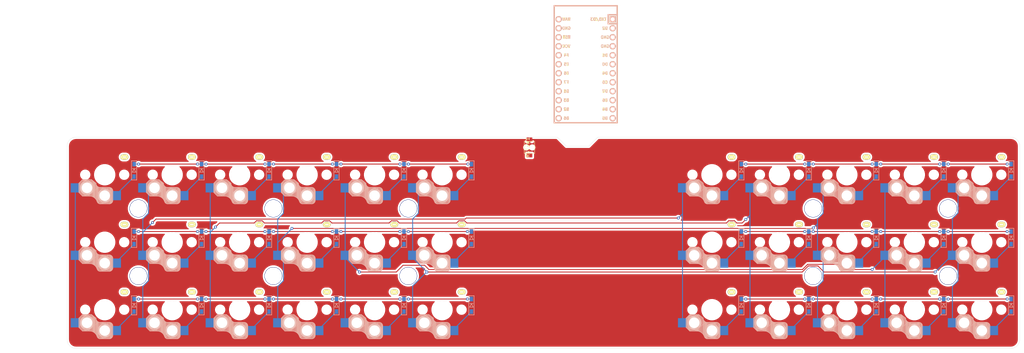
<source format=kicad_pcb>
(kicad_pcb (version 20171130) (host pcbnew "(5.1.7)-1")
  (layers (0 F.Cu signal) (31 B.Cu signal) (34 B.Paste user) (35 F.Paste user) (36 B.SilkS user hide) (37 F.SilkS user) (38 B.Mask user) (39 F.Mask user hide) (44 Edge.Cuts user))
  (net 0 "")
  (net 1 row0)
  (net 2 "Net-(D1-Pad2)")
  (net 3 "Net-(D2-Pad2)")
  (net 4 row1)
  (net 5 row2)
  (net 6 "Net-(D3-Pad2)")
  (net 7 "Net-(D4-Pad2)")
  (net 8 row3)
  (net 9 row4)
  (net 10 "Net-(D5-Pad2)")
  (net 11 "Net-(D6-Pad2)")
  (net 12 row5)
  (net 13 "Net-(D7-Pad2)")
  (net 14 "Net-(D8-Pad2)")
  (net 15 "Net-(D9-Pad2)")
  (net 16 "Net-(D10-Pad2)")
  (net 17 "Net-(D11-Pad2)")
  (net 18 "Net-(D12-Pad2)")
  (net 19 "Net-(D13-Pad2)")
  (net 20 "Net-(D14-Pad2)")
  (net 21 "Net-(D15-Pad2)")
  (net 22 "Net-(D16-Pad2)")
  (net 23 "Net-(D17-Pad2)")
  (net 24 "Net-(D18-Pad2)")
  (net 25 "Net-(D19-Pad2)")
  (net 26 "Net-(D20-Pad2)")
  (net 27 "Net-(D21-Pad2)")
  (net 28 "Net-(D22-Pad2)")
  (net 29 "Net-(D23-Pad2)")
  (net 30 "Net-(D24-Pad2)")
  (net 31 "Net-(D25-Pad2)")
  (net 32 "Net-(D26-Pad2)")
  (net 33 "Net-(D27-Pad2)")
  (net 34 "Net-(D28-Pad2)")
  (net 35 "Net-(D29-Pad2)")
  (net 36 "Net-(D30-Pad2)")
  (net 37 "Net-(D31-Pad2)")
  (net 38 "Net-(D32-Pad2)")
  (net 39 "Net-(D33-Pad2)")
  (net 40 GND)
  (net 41 VCC)
  (net 42 reset)
  (net 43 col0)
  (net 44 col1)
  (net 45 col2)
  (net 46 col3)
  (net 47 col4)
  (net 48 col5)
  (net 49 "Net-(U1-Pad2)")
  (net 50 "Net-(U1-Pad5)")
  (net 51 "Net-(U1-Pad6)")
  (net 52 "Net-(U1-Pad13)")
  (net 53 "Net-(U1-Pad14)")
  (net 54 "Net-(U1-Pad24)")
  (net 55 "Net-(U1-Pad1)")
  (module kbd:ChocV1_V2_Hotswap (layer F.Cu) (at 297.65 88.1)
    (fp_text reference SW33 hide)
    (fp_text value SW_PUSH hide)
    (pad "" np_thru_hole circle (at 5.5 0 90) (size 1.9 1.9) (drill 1.9) (layers *.Cu))
    (pad "" np_thru_hole circle (at -5.5 0 90) (size 1.9 1.9) (drill 1.9) (layers *.Cu))
    (pad "" np_thru_hole circle (at 0 0 90) (size 5 5) (drill 5) (layers *.Cu))
    (pad "" np_thru_hole circle (at 0 5.9 90) (size 3 3) (drill 3) (layers *.Cu *.Mask))
    (pad "" np_thru_hole circle (at -5 3.7 90) (size 3 3) (drill 3) (layers *.Cu *.Mask))
    (pad 2 smd rect (at 3.3 5.9 180) (size 2.6 2.6) (layers B.Cu B.Paste B.Mask) (net 39 "Net-(D33-Pad2)"))
    (pad 1 smd rect (at -8.3 3.7 180) (size 2.6 2.6) (layers B.Cu B.Paste B.Mask) (net 48 col5))
    (pad "" thru_hole oval (at 5.55 -5 180) (size 2.2 1.5) (drill oval 1 0.3) (layers *.Cu F.SilkS B.Mask))
  )
  (module kbd:ChocV1_V2_Hotswap (layer F.Cu) (at 297.65 69.05)
    (fp_text reference SW32 hide)
    (fp_text value SW_PUSH hide)
    (pad "" np_thru_hole circle (at 5.5 0 90) (size 1.9 1.9) (drill 1.9) (layers *.Cu))
    (pad "" np_thru_hole circle (at -5.5 0 90) (size 1.9 1.9) (drill 1.9) (layers *.Cu))
    (pad "" np_thru_hole circle (at 0 0 90) (size 5 5) (drill 5) (layers *.Cu))
    (pad "" np_thru_hole circle (at 0 5.9 90) (size 3 3) (drill 3) (layers *.Cu *.Mask))
    (pad "" np_thru_hole circle (at -5 3.7 90) (size 3 3) (drill 3) (layers *.Cu *.Mask))
    (pad 2 smd rect (at 3.3 5.9 180) (size 2.6 2.6) (layers B.Cu B.Paste B.Mask) (net 38 "Net-(D32-Pad2)"))
    (pad 1 smd rect (at -8.3 3.7 180) (size 2.6 2.6) (layers B.Cu B.Paste B.Mask) (net 48 col5))
    (pad "" thru_hole oval (at 5.55 -5 180) (size 2.2 1.5) (drill oval 1 0.3) (layers *.Cu F.SilkS B.Mask))
  )
  (module kbd:ChocV1_V2_Hotswap (layer F.Cu) (at 297.65 50)
    (fp_text reference SW31 hide)
    (fp_text value SW_PUSH hide)
    (pad "" np_thru_hole circle (at 5.5 0 90) (size 1.9 1.9) (drill 1.9) (layers *.Cu))
    (pad "" np_thru_hole circle (at -5.5 0 90) (size 1.9 1.9) (drill 1.9) (layers *.Cu))
    (pad "" np_thru_hole circle (at 0 0 90) (size 5 5) (drill 5) (layers *.Cu))
    (pad "" np_thru_hole circle (at 0 5.9 90) (size 3 3) (drill 3) (layers *.Cu *.Mask))
    (pad "" np_thru_hole circle (at -5 3.7 90) (size 3 3) (drill 3) (layers *.Cu *.Mask))
    (pad 2 smd rect (at 3.3 5.9 180) (size 2.6 2.6) (layers B.Cu B.Paste B.Mask) (net 37 "Net-(D31-Pad2)"))
    (pad 1 smd rect (at -8.3 3.7 180) (size 2.6 2.6) (layers B.Cu B.Paste B.Mask) (net 48 col5))
    (pad "" thru_hole oval (at 5.55 -5 180) (size 2.2 1.5) (drill oval 1 0.3) (layers *.Cu F.SilkS B.Mask))
  )
  (module kbd:ChocV1_V2_Hotswap (layer F.Cu) (at 278.6 88.1)
    (fp_text reference SW30 hide)
    (fp_text value SW_PUSH hide)
    (pad "" np_thru_hole circle (at 5.5 0 90) (size 1.9 1.9) (drill 1.9) (layers *.Cu))
    (pad "" np_thru_hole circle (at -5.5 0 90) (size 1.9 1.9) (drill 1.9) (layers *.Cu))
    (pad "" np_thru_hole circle (at 0 0 90) (size 5 5) (drill 5) (layers *.Cu))
    (pad "" np_thru_hole circle (at 0 5.9 90) (size 3 3) (drill 3) (layers *.Cu *.Mask))
    (pad "" np_thru_hole circle (at -5 3.7 90) (size 3 3) (drill 3) (layers *.Cu *.Mask))
    (pad 2 smd rect (at 3.3 5.9 180) (size 2.6 2.6) (layers B.Cu B.Paste B.Mask) (net 36 "Net-(D30-Pad2)"))
    (pad 1 smd rect (at -8.3 3.7 180) (size 2.6 2.6) (layers B.Cu B.Paste B.Mask) (net 47 col4))
    (pad "" thru_hole oval (at 5.55 -5 180) (size 2.2 1.5) (drill oval 1 0.3) (layers *.Cu F.SilkS B.Mask))
  )
  (module kbd:ChocV1_V2_Hotswap (layer F.Cu) (at 278.6 69.05)
    (fp_text reference SW29 hide)
    (fp_text value SW_PUSH hide)
    (pad "" np_thru_hole circle (at 5.5 0 90) (size 1.9 1.9) (drill 1.9) (layers *.Cu))
    (pad "" np_thru_hole circle (at -5.5 0 90) (size 1.9 1.9) (drill 1.9) (layers *.Cu))
    (pad "" np_thru_hole circle (at 0 0 90) (size 5 5) (drill 5) (layers *.Cu))
    (pad "" np_thru_hole circle (at 0 5.9 90) (size 3 3) (drill 3) (layers *.Cu *.Mask))
    (pad "" np_thru_hole circle (at -5 3.7 90) (size 3 3) (drill 3) (layers *.Cu *.Mask))
    (pad 2 smd rect (at 3.3 5.9 180) (size 2.6 2.6) (layers B.Cu B.Paste B.Mask) (net 35 "Net-(D29-Pad2)"))
    (pad 1 smd rect (at -8.3 3.7 180) (size 2.6 2.6) (layers B.Cu B.Paste B.Mask) (net 47 col4))
    (pad "" thru_hole oval (at 5.55 -5 180) (size 2.2 1.5) (drill oval 1 0.3) (layers *.Cu F.SilkS B.Mask))
  )
  (module kbd:ChocV1_V2_Hotswap (layer F.Cu) (at 278.6 50)
    (fp_text reference SW28 hide)
    (fp_text value SW_PUSH hide)
    (pad "" np_thru_hole circle (at 5.5 0 90) (size 1.9 1.9) (drill 1.9) (layers *.Cu))
    (pad "" np_thru_hole circle (at -5.5 0 90) (size 1.9 1.9) (drill 1.9) (layers *.Cu))
    (pad "" np_thru_hole circle (at 0 0 90) (size 5 5) (drill 5) (layers *.Cu))
    (pad "" np_thru_hole circle (at 0 5.9 90) (size 3 3) (drill 3) (layers *.Cu *.Mask))
    (pad "" np_thru_hole circle (at -5 3.7 90) (size 3 3) (drill 3) (layers *.Cu *.Mask))
    (pad 2 smd rect (at 3.3 5.9 180) (size 2.6 2.6) (layers B.Cu B.Paste B.Mask) (net 34 "Net-(D28-Pad2)"))
    (pad 1 smd rect (at -8.3 3.7 180) (size 2.6 2.6) (layers B.Cu B.Paste B.Mask) (net 47 col4))
    (pad "" thru_hole oval (at 5.55 -5 180) (size 2.2 1.5) (drill oval 1 0.3) (layers *.Cu F.SilkS B.Mask))
  )
  (module kbd:ChocV1_V2_Hotswap (layer F.Cu) (at 259.55 88.1)
    (fp_text reference SW27 hide)
    (fp_text value SW_PUSH hide)
    (pad "" np_thru_hole circle (at 5.5 0 90) (size 1.9 1.9) (drill 1.9) (layers *.Cu))
    (pad "" np_thru_hole circle (at -5.5 0 90) (size 1.9 1.9) (drill 1.9) (layers *.Cu))
    (pad "" np_thru_hole circle (at 0 0 90) (size 5 5) (drill 5) (layers *.Cu))
    (pad "" np_thru_hole circle (at 0 5.9 90) (size 3 3) (drill 3) (layers *.Cu *.Mask))
    (pad "" np_thru_hole circle (at -5 3.7 90) (size 3 3) (drill 3) (layers *.Cu *.Mask))
    (pad 2 smd rect (at 3.3 5.9 180) (size 2.6 2.6) (layers B.Cu B.Paste B.Mask) (net 33 "Net-(D27-Pad2)"))
    (pad 1 smd rect (at -8.3 3.7 180) (size 2.6 2.6) (layers B.Cu B.Paste B.Mask) (net 46 col3))
    (pad "" thru_hole oval (at 5.55 -5 180) (size 2.2 1.5) (drill oval 1 0.3) (layers *.Cu F.SilkS B.Mask))
  )
  (module kbd:ChocV1_V2_Hotswap (layer F.Cu) (at 259.55 69.05)
    (fp_text reference SW26 hide)
    (fp_text value SW_PUSH hide)
    (pad "" np_thru_hole circle (at 5.5 0 90) (size 1.9 1.9) (drill 1.9) (layers *.Cu))
    (pad "" np_thru_hole circle (at -5.5 0 90) (size 1.9 1.9) (drill 1.9) (layers *.Cu))
    (pad "" np_thru_hole circle (at 0 0 90) (size 5 5) (drill 5) (layers *.Cu))
    (pad "" np_thru_hole circle (at 0 5.9 90) (size 3 3) (drill 3) (layers *.Cu *.Mask))
    (pad "" np_thru_hole circle (at -5 3.7 90) (size 3 3) (drill 3) (layers *.Cu *.Mask))
    (pad 2 smd rect (at 3.3 5.9 180) (size 2.6 2.6) (layers B.Cu B.Paste B.Mask) (net 32 "Net-(D26-Pad2)"))
    (pad 1 smd rect (at -8.3 3.7 180) (size 2.6 2.6) (layers B.Cu B.Paste B.Mask) (net 46 col3))
    (pad "" thru_hole oval (at 5.55 -5 180) (size 2.2 1.5) (drill oval 1 0.3) (layers *.Cu F.SilkS B.Mask))
  )
  (module kbd:ChocV1_V2_Hotswap (layer F.Cu) (at 259.55 50)
    (fp_text reference SW25 hide)
    (fp_text value SW_PUSH hide)
    (pad "" np_thru_hole circle (at 5.5 0 90) (size 1.9 1.9) (drill 1.9) (layers *.Cu))
    (pad "" np_thru_hole circle (at -5.5 0 90) (size 1.9 1.9) (drill 1.9) (layers *.Cu))
    (pad "" np_thru_hole circle (at 0 0 90) (size 5 5) (drill 5) (layers *.Cu))
    (pad "" np_thru_hole circle (at 0 5.9 90) (size 3 3) (drill 3) (layers *.Cu *.Mask))
    (pad "" np_thru_hole circle (at -5 3.7 90) (size 3 3) (drill 3) (layers *.Cu *.Mask))
    (pad 2 smd rect (at 3.3 5.9 180) (size 2.6 2.6) (layers B.Cu B.Paste B.Mask) (net 31 "Net-(D25-Pad2)"))
    (pad 1 smd rect (at -8.3 3.7 180) (size 2.6 2.6) (layers B.Cu B.Paste B.Mask) (net 46 col3))
    (pad "" thru_hole oval (at 5.55 -5 180) (size 2.2 1.5) (drill oval 1 0.3) (layers *.Cu F.SilkS B.Mask))
  )
  (module kbd:ChocV1_V2_Hotswap (layer F.Cu) (at 240.5 88.1)
    (fp_text reference SW24 hide)
    (fp_text value SW_PUSH hide)
    (pad "" np_thru_hole circle (at 5.5 0 90) (size 1.9 1.9) (drill 1.9) (layers *.Cu))
    (pad "" np_thru_hole circle (at -5.5 0 90) (size 1.9 1.9) (drill 1.9) (layers *.Cu))
    (pad "" np_thru_hole circle (at 0 0 90) (size 5 5) (drill 5) (layers *.Cu))
    (pad "" np_thru_hole circle (at 0 5.9 90) (size 3 3) (drill 3) (layers *.Cu *.Mask))
    (pad "" np_thru_hole circle (at -5 3.7 90) (size 3 3) (drill 3) (layers *.Cu *.Mask))
    (pad 2 smd rect (at 3.3 5.9 180) (size 2.6 2.6) (layers B.Cu B.Paste B.Mask) (net 30 "Net-(D24-Pad2)"))
    (pad 1 smd rect (at -8.3 3.7 180) (size 2.6 2.6) (layers B.Cu B.Paste B.Mask) (net 45 col2))
    (pad "" thru_hole oval (at 5.55 -5 180) (size 2.2 1.5) (drill oval 1 0.3) (layers *.Cu F.SilkS B.Mask))
  )
  (module kbd:ChocV1_V2_Hotswap (layer F.Cu) (at 240.5 69.05)
    (fp_text reference SW23 hide)
    (fp_text value SW_PUSH hide)
    (pad "" np_thru_hole circle (at 5.5 0 90) (size 1.9 1.9) (drill 1.9) (layers *.Cu))
    (pad "" np_thru_hole circle (at -5.5 0 90) (size 1.9 1.9) (drill 1.9) (layers *.Cu))
    (pad "" np_thru_hole circle (at 0 0 90) (size 5 5) (drill 5) (layers *.Cu))
    (pad "" np_thru_hole circle (at 0 5.9 90) (size 3 3) (drill 3) (layers *.Cu *.Mask))
    (pad "" np_thru_hole circle (at -5 3.7 90) (size 3 3) (drill 3) (layers *.Cu *.Mask))
    (pad 2 smd rect (at 3.3 5.9 180) (size 2.6 2.6) (layers B.Cu B.Paste B.Mask) (net 29 "Net-(D23-Pad2)"))
    (pad 1 smd rect (at -8.3 3.7 180) (size 2.6 2.6) (layers B.Cu B.Paste B.Mask) (net 45 col2))
    (pad "" thru_hole oval (at 5.55 -5 180) (size 2.2 1.5) (drill oval 1 0.3) (layers *.Cu F.SilkS B.Mask))
  )
  (module kbd:ChocV1_V2_Hotswap (layer F.Cu) (at 240.5 50)
    (fp_text reference SW22 hide)
    (fp_text value SW_PUSH hide)
    (pad "" np_thru_hole circle (at 5.5 0 90) (size 1.9 1.9) (drill 1.9) (layers *.Cu))
    (pad "" np_thru_hole circle (at -5.5 0 90) (size 1.9 1.9) (drill 1.9) (layers *.Cu))
    (pad "" np_thru_hole circle (at 0 0 90) (size 5 5) (drill 5) (layers *.Cu))
    (pad "" np_thru_hole circle (at 0 5.9 90) (size 3 3) (drill 3) (layers *.Cu *.Mask))
    (pad "" np_thru_hole circle (at -5 3.7 90) (size 3 3) (drill 3) (layers *.Cu *.Mask))
    (pad 2 smd rect (at 3.3 5.9 180) (size 2.6 2.6) (layers B.Cu B.Paste B.Mask) (net 28 "Net-(D22-Pad2)"))
    (pad 1 smd rect (at -8.3 3.7 180) (size 2.6 2.6) (layers B.Cu B.Paste B.Mask) (net 45 col2))
    (pad "" thru_hole oval (at 5.55 -5 180) (size 2.2 1.5) (drill oval 1 0.3) (layers *.Cu F.SilkS B.Mask))
  )
  (module kbd:ChocV1_V2_Hotswap (layer F.Cu) (at 221.45 88.1)
    (fp_text reference SW21 hide)
    (fp_text value SW_PUSH hide)
    (pad "" np_thru_hole circle (at 5.5 0 90) (size 1.9 1.9) (drill 1.9) (layers *.Cu))
    (pad "" np_thru_hole circle (at -5.5 0 90) (size 1.9 1.9) (drill 1.9) (layers *.Cu))
    (pad "" np_thru_hole circle (at 0 0 90) (size 5 5) (drill 5) (layers *.Cu))
    (pad "" np_thru_hole circle (at 0 5.9 90) (size 3 3) (drill 3) (layers *.Cu *.Mask))
    (pad "" np_thru_hole circle (at -5 3.7 90) (size 3 3) (drill 3) (layers *.Cu *.Mask))
    (pad 2 smd rect (at 3.3 5.9 180) (size 2.6 2.6) (layers B.Cu B.Paste B.Mask) (net 27 "Net-(D21-Pad2)"))
    (pad 1 smd rect (at -8.3 3.7 180) (size 2.6 2.6) (layers B.Cu B.Paste B.Mask) (net 44 col1))
    (pad "" thru_hole oval (at 5.55 -5 180) (size 2.2 1.5) (drill oval 1 0.3) (layers *.Cu F.SilkS B.Mask))
  )
  (module kbd:ChocV1_V2_Hotswap (layer F.Cu) (at 221.45 69.05)
    (fp_text reference SW20 hide)
    (fp_text value SW_PUSH hide)
    (pad "" np_thru_hole circle (at 5.5 0 90) (size 1.9 1.9) (drill 1.9) (layers *.Cu))
    (pad "" np_thru_hole circle (at -5.5 0 90) (size 1.9 1.9) (drill 1.9) (layers *.Cu))
    (pad "" np_thru_hole circle (at 0 0 90) (size 5 5) (drill 5) (layers *.Cu))
    (pad "" np_thru_hole circle (at 0 5.9 90) (size 3 3) (drill 3) (layers *.Cu *.Mask))
    (pad "" np_thru_hole circle (at -5 3.7 90) (size 3 3) (drill 3) (layers *.Cu *.Mask))
    (pad 2 smd rect (at 3.3 5.9 180) (size 2.6 2.6) (layers B.Cu B.Paste B.Mask) (net 26 "Net-(D20-Pad2)"))
    (pad 1 smd rect (at -8.3 3.7 180) (size 2.6 2.6) (layers B.Cu B.Paste B.Mask) (net 44 col1))
    (pad "" thru_hole oval (at 5.55 -5 180) (size 2.2 1.5) (drill oval 1 0.3) (layers *.Cu F.SilkS B.Mask))
  )
  (module kbd:ChocV1_V2_Hotswap (layer F.Cu) (at 221.45 50)
    (fp_text reference SW19 hide)
    (fp_text value SW_PUSH hide)
    (pad "" np_thru_hole circle (at 5.5 0 90) (size 1.9 1.9) (drill 1.9) (layers *.Cu))
    (pad "" np_thru_hole circle (at -5.5 0 90) (size 1.9 1.9) (drill 1.9) (layers *.Cu))
    (pad "" np_thru_hole circle (at 0 0 90) (size 5 5) (drill 5) (layers *.Cu))
    (pad "" np_thru_hole circle (at 0 5.9 90) (size 3 3) (drill 3) (layers *.Cu *.Mask))
    (pad "" np_thru_hole circle (at -5 3.7 90) (size 3 3) (drill 3) (layers *.Cu *.Mask))
    (pad 2 smd rect (at 3.3 5.9 180) (size 2.6 2.6) (layers B.Cu B.Paste B.Mask) (net 25 "Net-(D19-Pad2)"))
    (pad 1 smd rect (at -8.3 3.7 180) (size 2.6 2.6) (layers B.Cu B.Paste B.Mask) (net 44 col1))
    (pad "" thru_hole oval (at 5.55 -5 180) (size 2.2 1.5) (drill oval 1 0.3) (layers *.Cu F.SilkS B.Mask))
  )
  (module kbd:ChocV1_V2_Hotswap (layer F.Cu) (at 145.25 88.1)
    (fp_text reference SW18 hide)
    (fp_text value SW_PUSH hide)
    (pad "" np_thru_hole circle (at 5.5 0 90) (size 1.9 1.9) (drill 1.9) (layers *.Cu))
    (pad "" np_thru_hole circle (at -5.5 0 90) (size 1.9 1.9) (drill 1.9) (layers *.Cu))
    (pad "" np_thru_hole circle (at 0 0 90) (size 5 5) (drill 5) (layers *.Cu))
    (pad "" np_thru_hole circle (at 0 5.9 90) (size 3 3) (drill 3) (layers *.Cu *.Mask))
    (pad "" np_thru_hole circle (at -5 3.7 90) (size 3 3) (drill 3) (layers *.Cu *.Mask))
    (pad 2 smd rect (at 3.3 5.9 180) (size 2.6 2.6) (layers B.Cu B.Paste B.Mask) (net 24 "Net-(D18-Pad2)"))
    (pad 1 smd rect (at -8.3 3.7 180) (size 2.6 2.6) (layers B.Cu B.Paste B.Mask) (net 48 col5))
    (pad "" thru_hole oval (at 5.55 -5 180) (size 2.2 1.5) (drill oval 1 0.3) (layers *.Cu F.SilkS B.Mask))
  )
  (module kbd:ChocV1_V2_Hotswap (layer F.Cu) (at 145.25 69.05)
    (fp_text reference SW17 hide)
    (fp_text value SW_PUSH hide)
    (pad "" np_thru_hole circle (at 5.5 0 90) (size 1.9 1.9) (drill 1.9) (layers *.Cu))
    (pad "" np_thru_hole circle (at -5.5 0 90) (size 1.9 1.9) (drill 1.9) (layers *.Cu))
    (pad "" np_thru_hole circle (at 0 0 90) (size 5 5) (drill 5) (layers *.Cu))
    (pad "" np_thru_hole circle (at 0 5.9 90) (size 3 3) (drill 3) (layers *.Cu *.Mask))
    (pad "" np_thru_hole circle (at -5 3.7 90) (size 3 3) (drill 3) (layers *.Cu *.Mask))
    (pad 2 smd rect (at 3.3 5.9 180) (size 2.6 2.6) (layers B.Cu B.Paste B.Mask) (net 23 "Net-(D17-Pad2)"))
    (pad 1 smd rect (at -8.3 3.7 180) (size 2.6 2.6) (layers B.Cu B.Paste B.Mask) (net 48 col5))
    (pad "" thru_hole oval (at 5.55 -5 180) (size 2.2 1.5) (drill oval 1 0.3) (layers *.Cu F.SilkS B.Mask))
  )
  (module kbd:ChocV1_V2_Hotswap (layer F.Cu) (at 145.25 50)
    (fp_text reference SW16 hide)
    (fp_text value SW_PUSH hide)
    (pad "" np_thru_hole circle (at 5.5 0 90) (size 1.9 1.9) (drill 1.9) (layers *.Cu))
    (pad "" np_thru_hole circle (at -5.5 0 90) (size 1.9 1.9) (drill 1.9) (layers *.Cu))
    (pad "" np_thru_hole circle (at 0 0 90) (size 5 5) (drill 5) (layers *.Cu))
    (pad "" np_thru_hole circle (at 0 5.9 90) (size 3 3) (drill 3) (layers *.Cu *.Mask))
    (pad "" np_thru_hole circle (at -5 3.7 90) (size 3 3) (drill 3) (layers *.Cu *.Mask))
    (pad 2 smd rect (at 3.3 5.9 180) (size 2.6 2.6) (layers B.Cu B.Paste B.Mask) (net 22 "Net-(D16-Pad2)"))
    (pad 1 smd rect (at -8.3 3.7 180) (size 2.6 2.6) (layers B.Cu B.Paste B.Mask) (net 48 col5))
    (pad "" thru_hole oval (at 5.55 -5 180) (size 2.2 1.5) (drill oval 1 0.3) (layers *.Cu F.SilkS B.Mask))
  )
  (module kbd:ChocV1_V2_Hotswap (layer F.Cu) (at 126.2 88.1)
    (fp_text reference SW15 hide)
    (fp_text value SW_PUSH hide)
    (pad "" np_thru_hole circle (at 5.5 0 90) (size 1.9 1.9) (drill 1.9) (layers *.Cu))
    (pad "" np_thru_hole circle (at -5.5 0 90) (size 1.9 1.9) (drill 1.9) (layers *.Cu))
    (pad "" np_thru_hole circle (at 0 0 90) (size 5 5) (drill 5) (layers *.Cu))
    (pad "" np_thru_hole circle (at 0 5.9 90) (size 3 3) (drill 3) (layers *.Cu *.Mask))
    (pad "" np_thru_hole circle (at -5 3.7 90) (size 3 3) (drill 3) (layers *.Cu *.Mask))
    (pad 2 smd rect (at 3.3 5.9 180) (size 2.6 2.6) (layers B.Cu B.Paste B.Mask) (net 21 "Net-(D15-Pad2)"))
    (pad 1 smd rect (at -8.3 3.7 180) (size 2.6 2.6) (layers B.Cu B.Paste B.Mask) (net 47 col4))
    (pad "" thru_hole oval (at 5.55 -5 180) (size 2.2 1.5) (drill oval 1 0.3) (layers *.Cu F.SilkS B.Mask))
  )
  (module kbd:ChocV1_V2_Hotswap (layer F.Cu) (at 126.2 69.05)
    (fp_text reference SW14 hide)
    (fp_text value SW_PUSH hide)
    (pad "" np_thru_hole circle (at 5.5 0 90) (size 1.9 1.9) (drill 1.9) (layers *.Cu))
    (pad "" np_thru_hole circle (at -5.5 0 90) (size 1.9 1.9) (drill 1.9) (layers *.Cu))
    (pad "" np_thru_hole circle (at 0 0 90) (size 5 5) (drill 5) (layers *.Cu))
    (pad "" np_thru_hole circle (at 0 5.9 90) (size 3 3) (drill 3) (layers *.Cu *.Mask))
    (pad "" np_thru_hole circle (at -5 3.7 90) (size 3 3) (drill 3) (layers *.Cu *.Mask))
    (pad 2 smd rect (at 3.3 5.9 180) (size 2.6 2.6) (layers B.Cu B.Paste B.Mask) (net 20 "Net-(D14-Pad2)"))
    (pad 1 smd rect (at -8.3 3.7 180) (size 2.6 2.6) (layers B.Cu B.Paste B.Mask) (net 47 col4))
    (pad "" thru_hole oval (at 5.55 -5 180) (size 2.2 1.5) (drill oval 1 0.3) (layers *.Cu F.SilkS B.Mask))
  )
  (module kbd:ChocV1_V2_Hotswap (layer F.Cu) (at 126.2 50)
    (fp_text reference SW13 hide)
    (fp_text value SW_PUSH hide)
    (pad "" np_thru_hole circle (at 5.5 0 90) (size 1.9 1.9) (drill 1.9) (layers *.Cu))
    (pad "" np_thru_hole circle (at -5.5 0 90) (size 1.9 1.9) (drill 1.9) (layers *.Cu))
    (pad "" np_thru_hole circle (at 0 0 90) (size 5 5) (drill 5) (layers *.Cu))
    (pad "" np_thru_hole circle (at 0 5.9 90) (size 3 3) (drill 3) (layers *.Cu *.Mask))
    (pad "" np_thru_hole circle (at -5 3.7 90) (size 3 3) (drill 3) (layers *.Cu *.Mask))
    (pad 2 smd rect (at 3.3 5.9 180) (size 2.6 2.6) (layers B.Cu B.Paste B.Mask) (net 19 "Net-(D13-Pad2)"))
    (pad 1 smd rect (at -8.3 3.7 180) (size 2.6 2.6) (layers B.Cu B.Paste B.Mask) (net 47 col4))
    (pad "" thru_hole oval (at 5.55 -5 180) (size 2.2 1.5) (drill oval 1 0.3) (layers *.Cu F.SilkS B.Mask))
  )
  (module kbd:ChocV1_V2_Hotswap (layer F.Cu) (at 107.15 88.1)
    (fp_text reference SW12 hide)
    (fp_text value SW_PUSH hide)
    (pad "" np_thru_hole circle (at 5.5 0 90) (size 1.9 1.9) (drill 1.9) (layers *.Cu))
    (pad "" np_thru_hole circle (at -5.5 0 90) (size 1.9 1.9) (drill 1.9) (layers *.Cu))
    (pad "" np_thru_hole circle (at 0 0 90) (size 5 5) (drill 5) (layers *.Cu))
    (pad "" np_thru_hole circle (at 0 5.9 90) (size 3 3) (drill 3) (layers *.Cu *.Mask))
    (pad "" np_thru_hole circle (at -5 3.7 90) (size 3 3) (drill 3) (layers *.Cu *.Mask))
    (pad 2 smd rect (at 3.3 5.9 180) (size 2.6 2.6) (layers B.Cu B.Paste B.Mask) (net 18 "Net-(D12-Pad2)"))
    (pad 1 smd rect (at -8.3 3.7 180) (size 2.6 2.6) (layers B.Cu B.Paste B.Mask) (net 46 col3))
    (pad "" thru_hole oval (at 5.55 -5 180) (size 2.2 1.5) (drill oval 1 0.3) (layers *.Cu F.SilkS B.Mask))
  )
  (module kbd:ChocV1_V2_Hotswap (layer F.Cu) (at 107.15 69.05)
    (fp_text reference SW11 hide)
    (fp_text value SW_PUSH hide)
    (pad "" np_thru_hole circle (at 5.5 0 90) (size 1.9 1.9) (drill 1.9) (layers *.Cu))
    (pad "" np_thru_hole circle (at -5.5 0 90) (size 1.9 1.9) (drill 1.9) (layers *.Cu))
    (pad "" np_thru_hole circle (at 0 0 90) (size 5 5) (drill 5) (layers *.Cu))
    (pad "" np_thru_hole circle (at 0 5.9 90) (size 3 3) (drill 3) (layers *.Cu *.Mask))
    (pad "" np_thru_hole circle (at -5 3.7 90) (size 3 3) (drill 3) (layers *.Cu *.Mask))
    (pad 2 smd rect (at 3.3 5.9 180) (size 2.6 2.6) (layers B.Cu B.Paste B.Mask) (net 17 "Net-(D11-Pad2)"))
    (pad 1 smd rect (at -8.3 3.7 180) (size 2.6 2.6) (layers B.Cu B.Paste B.Mask) (net 46 col3))
    (pad "" thru_hole oval (at 5.55 -5 180) (size 2.2 1.5) (drill oval 1 0.3) (layers *.Cu F.SilkS B.Mask))
  )
  (module kbd:ChocV1_V2_Hotswap (layer F.Cu) (at 107.15 50)
    (fp_text reference SW10 hide)
    (fp_text value SW_PUSH hide)
    (pad "" np_thru_hole circle (at 5.5 0 90) (size 1.9 1.9) (drill 1.9) (layers *.Cu))
    (pad "" np_thru_hole circle (at -5.5 0 90) (size 1.9 1.9) (drill 1.9) (layers *.Cu))
    (pad "" np_thru_hole circle (at 0 0 90) (size 5 5) (drill 5) (layers *.Cu))
    (pad "" np_thru_hole circle (at 0 5.9 90) (size 3 3) (drill 3) (layers *.Cu *.Mask))
    (pad "" np_thru_hole circle (at -5 3.7 90) (size 3 3) (drill 3) (layers *.Cu *.Mask))
    (pad 2 smd rect (at 3.3 5.9 180) (size 2.6 2.6) (layers B.Cu B.Paste B.Mask) (net 16 "Net-(D10-Pad2)"))
    (pad 1 smd rect (at -8.3 3.7 180) (size 2.6 2.6) (layers B.Cu B.Paste B.Mask) (net 46 col3))
    (pad "" thru_hole oval (at 5.55 -5 180) (size 2.2 1.5) (drill oval 1 0.3) (layers *.Cu F.SilkS B.Mask))
  )
  (module kbd:ChocV1_V2_Hotswap (layer F.Cu) (at 88.1 88.1)
    (fp_text reference SW9 hide)
    (fp_text value SW_PUSH hide)
    (pad "" np_thru_hole circle (at 5.5 0 90) (size 1.9 1.9) (drill 1.9) (layers *.Cu))
    (pad "" np_thru_hole circle (at -5.5 0 90) (size 1.9 1.9) (drill 1.9) (layers *.Cu))
    (pad "" np_thru_hole circle (at 0 0 90) (size 5 5) (drill 5) (layers *.Cu))
    (pad "" np_thru_hole circle (at 0 5.9 90) (size 3 3) (drill 3) (layers *.Cu *.Mask))
    (pad "" np_thru_hole circle (at -5 3.7 90) (size 3 3) (drill 3) (layers *.Cu *.Mask))
    (pad 2 smd rect (at 3.3 5.9 180) (size 2.6 2.6) (layers B.Cu B.Paste B.Mask) (net 15 "Net-(D9-Pad2)"))
    (pad 1 smd rect (at -8.3 3.7 180) (size 2.6 2.6) (layers B.Cu B.Paste B.Mask) (net 45 col2))
    (pad "" thru_hole oval (at 5.55 -5 180) (size 2.2 1.5) (drill oval 1 0.3) (layers *.Cu F.SilkS B.Mask))
  )
  (module kbd:ChocV1_V2_Hotswap (layer F.Cu) (at 88.1 69.05)
    (fp_text reference SW8 hide)
    (fp_text value SW_PUSH hide)
    (pad "" np_thru_hole circle (at 5.5 0 90) (size 1.9 1.9) (drill 1.9) (layers *.Cu))
    (pad "" np_thru_hole circle (at -5.5 0 90) (size 1.9 1.9) (drill 1.9) (layers *.Cu))
    (pad "" np_thru_hole circle (at 0 0 90) (size 5 5) (drill 5) (layers *.Cu))
    (pad "" np_thru_hole circle (at 0 5.9 90) (size 3 3) (drill 3) (layers *.Cu *.Mask))
    (pad "" np_thru_hole circle (at -5 3.7 90) (size 3 3) (drill 3) (layers *.Cu *.Mask))
    (pad 2 smd rect (at 3.3 5.9 180) (size 2.6 2.6) (layers B.Cu B.Paste B.Mask) (net 14 "Net-(D8-Pad2)"))
    (pad 1 smd rect (at -8.3 3.7 180) (size 2.6 2.6) (layers B.Cu B.Paste B.Mask) (net 45 col2))
    (pad "" thru_hole oval (at 5.55 -5 180) (size 2.2 1.5) (drill oval 1 0.3) (layers *.Cu F.SilkS B.Mask))
  )
  (module kbd:ChocV1_V2_Hotswap (layer F.Cu) (at 88.1 50)
    (fp_text reference SW7 hide)
    (fp_text value SW_PUSH hide)
    (pad "" np_thru_hole circle (at 5.5 0 90) (size 1.9 1.9) (drill 1.9) (layers *.Cu))
    (pad "" np_thru_hole circle (at -5.5 0 90) (size 1.9 1.9) (drill 1.9) (layers *.Cu))
    (pad "" np_thru_hole circle (at 0 0 90) (size 5 5) (drill 5) (layers *.Cu))
    (pad "" np_thru_hole circle (at 0 5.9 90) (size 3 3) (drill 3) (layers *.Cu *.Mask))
    (pad "" np_thru_hole circle (at -5 3.7 90) (size 3 3) (drill 3) (layers *.Cu *.Mask))
    (pad 2 smd rect (at 3.3 5.9 180) (size 2.6 2.6) (layers B.Cu B.Paste B.Mask) (net 13 "Net-(D7-Pad2)"))
    (pad 1 smd rect (at -8.3 3.7 180) (size 2.6 2.6) (layers B.Cu B.Paste B.Mask) (net 45 col2))
    (pad "" thru_hole oval (at 5.55 -5 180) (size 2.2 1.5) (drill oval 1 0.3) (layers *.Cu F.SilkS B.Mask))
  )
  (module kbd:ChocV1_V2_Hotswap (layer F.Cu) (at 69.05 88.1)
    (fp_text reference SW6 hide)
    (fp_text value SW_PUSH hide)
    (pad "" np_thru_hole circle (at 5.5 0 90) (size 1.9 1.9) (drill 1.9) (layers *.Cu))
    (pad "" np_thru_hole circle (at -5.5 0 90) (size 1.9 1.9) (drill 1.9) (layers *.Cu))
    (pad "" np_thru_hole circle (at 0 0 90) (size 5 5) (drill 5) (layers *.Cu))
    (pad "" np_thru_hole circle (at 0 5.9 90) (size 3 3) (drill 3) (layers *.Cu *.Mask))
    (pad "" np_thru_hole circle (at -5 3.7 90) (size 3 3) (drill 3) (layers *.Cu *.Mask))
    (pad 2 smd rect (at 3.3 5.9 180) (size 2.6 2.6) (layers B.Cu B.Paste B.Mask) (net 11 "Net-(D6-Pad2)"))
    (pad 1 smd rect (at -8.3 3.7 180) (size 2.6 2.6) (layers B.Cu B.Paste B.Mask) (net 44 col1))
    (pad "" thru_hole oval (at 5.55 -5 180) (size 2.2 1.5) (drill oval 1 0.3) (layers *.Cu F.SilkS B.Mask))
  )
  (module kbd:ChocV1_V2_Hotswap (layer F.Cu) (at 69.05 69.05)
    (fp_text reference SW5 hide)
    (fp_text value SW_PUSH hide)
    (pad "" np_thru_hole circle (at 5.5 0 90) (size 1.9 1.9) (drill 1.9) (layers *.Cu))
    (pad "" np_thru_hole circle (at -5.5 0 90) (size 1.9 1.9) (drill 1.9) (layers *.Cu))
    (pad "" np_thru_hole circle (at 0 0 90) (size 5 5) (drill 5) (layers *.Cu))
    (pad "" np_thru_hole circle (at 0 5.9 90) (size 3 3) (drill 3) (layers *.Cu *.Mask))
    (pad "" np_thru_hole circle (at -5 3.7 90) (size 3 3) (drill 3) (layers *.Cu *.Mask))
    (pad 2 smd rect (at 3.3 5.9 180) (size 2.6 2.6) (layers B.Cu B.Paste B.Mask) (net 10 "Net-(D5-Pad2)"))
    (pad 1 smd rect (at -8.3 3.7 180) (size 2.6 2.6) (layers B.Cu B.Paste B.Mask) (net 44 col1))
    (pad "" thru_hole oval (at 5.55 -5 180) (size 2.2 1.5) (drill oval 1 0.3) (layers *.Cu F.SilkS B.Mask))
  )
  (module kbd:ChocV1_V2_Hotswap (layer F.Cu) (at 69.05 50)
    (fp_text reference SW4 hide)
    (fp_text value SW_PUSH hide)
    (pad "" np_thru_hole circle (at 5.5 0 90) (size 1.9 1.9) (drill 1.9) (layers *.Cu))
    (pad "" np_thru_hole circle (at -5.5 0 90) (size 1.9 1.9) (drill 1.9) (layers *.Cu))
    (pad "" np_thru_hole circle (at 0 0 90) (size 5 5) (drill 5) (layers *.Cu))
    (pad "" np_thru_hole circle (at 0 5.9 90) (size 3 3) (drill 3) (layers *.Cu *.Mask))
    (pad "" np_thru_hole circle (at -5 3.7 90) (size 3 3) (drill 3) (layers *.Cu *.Mask))
    (pad 2 smd rect (at 3.3 5.9 180) (size 2.6 2.6) (layers B.Cu B.Paste B.Mask) (net 7 "Net-(D4-Pad2)"))
    (pad 1 smd rect (at -8.3 3.7 180) (size 2.6 2.6) (layers B.Cu B.Paste B.Mask) (net 44 col1))
    (pad "" thru_hole oval (at 5.55 -5 180) (size 2.2 1.5) (drill oval 1 0.3) (layers *.Cu F.SilkS B.Mask))
  )
  (module kbd:ChocV1_V2_Hotswap (layer F.Cu) (at 50 88.1)
    (fp_text reference SW3 hide)
    (fp_text value SW_PUSH hide)
    (pad "" np_thru_hole circle (at 5.5 0 90) (size 1.9 1.9) (drill 1.9) (layers *.Cu))
    (pad "" np_thru_hole circle (at -5.5 0 90) (size 1.9 1.9) (drill 1.9) (layers *.Cu))
    (pad "" np_thru_hole circle (at 0 0 90) (size 5 5) (drill 5) (layers *.Cu))
    (pad "" np_thru_hole circle (at 0 5.9 90) (size 3 3) (drill 3) (layers *.Cu *.Mask))
    (pad "" np_thru_hole circle (at -5 3.7 90) (size 3 3) (drill 3) (layers *.Cu *.Mask))
    (pad 2 smd rect (at 3.3 5.9 180) (size 2.6 2.6) (layers B.Cu B.Paste B.Mask) (net 6 "Net-(D3-Pad2)"))
    (pad 1 smd rect (at -8.3 3.7 180) (size 2.6 2.6) (layers B.Cu B.Paste B.Mask) (net 43 col0))
    (pad "" thru_hole oval (at 5.55 -5 180) (size 2.2 1.5) (drill oval 1 0.3) (layers *.Cu F.SilkS B.Mask))
  )
  (module kbd:ChocV1_V2_Hotswap (layer F.Cu) (at 50 69.05)
    (fp_text reference SW2 hide)
    (fp_text value SW_PUSH hide)
    (pad "" np_thru_hole circle (at 5.5 0 90) (size 1.9 1.9) (drill 1.9) (layers *.Cu))
    (pad "" np_thru_hole circle (at -5.5 0 90) (size 1.9 1.9) (drill 1.9) (layers *.Cu))
    (pad "" np_thru_hole circle (at 0 0 90) (size 5 5) (drill 5) (layers *.Cu))
    (pad "" np_thru_hole circle (at 0 5.9 90) (size 3 3) (drill 3) (layers *.Cu *.Mask))
    (pad "" np_thru_hole circle (at -5 3.7 90) (size 3 3) (drill 3) (layers *.Cu *.Mask))
    (pad 2 smd rect (at 3.3 5.9 180) (size 2.6 2.6) (layers B.Cu B.Paste B.Mask) (net 3 "Net-(D2-Pad2)"))
    (pad 1 smd rect (at -8.3 3.7 180) (size 2.6 2.6) (layers B.Cu B.Paste B.Mask) (net 43 col0))
    (pad "" thru_hole oval (at 5.55 -5 180) (size 2.2 1.5) (drill oval 1 0.3) (layers *.Cu F.SilkS B.Mask))
  )
  (module kbd:ChocV1_V2_Hotswap (layer F.Cu) (at 50 50)
    (fp_text reference SW1 hide)
    (fp_text value SW_PUSH hide)
    (pad "" np_thru_hole circle (at 5.5 0 90) (size 1.9 1.9) (drill 1.9) (layers *.Cu))
    (pad "" np_thru_hole circle (at -5.5 0 90) (size 1.9 1.9) (drill 1.9) (layers *.Cu))
    (pad "" np_thru_hole circle (at 0 0 90) (size 5 5) (drill 5) (layers *.Cu))
    (pad "" np_thru_hole circle (at 0 5.9 90) (size 3 3) (drill 3) (layers *.Cu *.Mask))
    (pad "" np_thru_hole circle (at -5 3.7 90) (size 3 3) (drill 3) (layers *.Cu *.Mask))
    (pad 2 smd rect (at 3.3 5.9 180) (size 2.6 2.6) (layers B.Cu B.Paste B.Mask) (net 2 "Net-(D1-Pad2)"))
    (pad 1 smd rect (at -8.3 3.7 180) (size 2.6 2.6) (layers B.Cu B.Paste B.Mask) (net 43 col0))
    (pad "" thru_hole oval (at 5.55 -5 180) (size 2.2 1.5) (drill oval 1 0.3) (layers *.Cu F.SilkS B.Mask))
  )
  (module barracuda:D3_SMD (layer F.Cu) (at 305.943 86.868 270)
    (fp_text reference D33 hide)
    (fp_text value D hide)
    (pad 1 smd rect (at -1.775 0 270) (size 1.3 0.95) (layers B.Cu B.Paste B.Mask) (net 12 row5))
    (pad 2 smd rect (at 1.775 0 270) (size 1.3 0.95) (layers B.Cu B.Paste B.Mask) (net 39 "Net-(D33-Pad2)"))
  )
  (module barracuda:D3_SMD (layer F.Cu) (at 305.943 67.818 270)
    (fp_text reference D32 hide)
    (fp_text value D hide)
    (pad 1 smd rect (at -1.775 0 270) (size 1.3 0.95) (layers B.Cu B.Paste B.Mask) (net 9 row4))
    (pad 2 smd rect (at 1.775 0 270) (size 1.3 0.95) (layers B.Cu B.Paste B.Mask) (net 38 "Net-(D32-Pad2)"))
  )
  (module barracuda:D3_SMD (layer F.Cu) (at 305.943 48.768 270)
    (fp_text reference D31 hide)
    (fp_text value D hide)
    (pad 1 smd rect (at -1.775 0 270) (size 1.3 0.95) (layers B.Cu B.Paste B.Mask) (net 8 row3))
    (pad 2 smd rect (at 1.775 0 270) (size 1.3 0.95) (layers B.Cu B.Paste B.Mask) (net 37 "Net-(D31-Pad2)"))
  )
  (module barracuda:D3_SMD (layer F.Cu) (at 286.893 86.868 270)
    (fp_text reference D30 hide)
    (fp_text value D hide)
    (pad 1 smd rect (at -1.775 0 270) (size 1.3 0.95) (layers B.Cu B.Paste B.Mask) (net 12 row5))
    (pad 2 smd rect (at 1.775 0 270) (size 1.3 0.95) (layers B.Cu B.Paste B.Mask) (net 36 "Net-(D30-Pad2)"))
  )
  (module barracuda:D3_SMD (layer F.Cu) (at 286.893 67.818 270)
    (fp_text reference D29 hide)
    (fp_text value D hide)
    (pad 1 smd rect (at -1.775 0 270) (size 1.3 0.95) (layers B.Cu B.Paste B.Mask) (net 9 row4))
    (pad 2 smd rect (at 1.775 0 270) (size 1.3 0.95) (layers B.Cu B.Paste B.Mask) (net 35 "Net-(D29-Pad2)"))
  )
  (module barracuda:D3_SMD (layer F.Cu) (at 286.893 48.768 270)
    (fp_text reference D28 hide)
    (fp_text value D hide)
    (pad 1 smd rect (at -1.775 0 270) (size 1.3 0.95) (layers B.Cu B.Paste B.Mask) (net 8 row3))
    (pad 2 smd rect (at 1.775 0 270) (size 1.3 0.95) (layers B.Cu B.Paste B.Mask) (net 34 "Net-(D28-Pad2)"))
  )
  (module barracuda:D3_SMD (layer F.Cu) (at 267.843 86.868 270)
    (fp_text reference D27 hide)
    (fp_text value D hide)
    (pad 1 smd rect (at -1.775 0 270) (size 1.3 0.95) (layers B.Cu B.Paste B.Mask) (net 12 row5))
    (pad 2 smd rect (at 1.775 0 270) (size 1.3 0.95) (layers B.Cu B.Paste B.Mask) (net 33 "Net-(D27-Pad2)"))
  )
  (module barracuda:D3_SMD (layer F.Cu) (at 267.843 67.818 270)
    (fp_text reference D26 hide)
    (fp_text value D hide)
    (pad 1 smd rect (at -1.775 0 270) (size 1.3 0.95) (layers B.Cu B.Paste B.Mask) (net 9 row4))
    (pad 2 smd rect (at 1.775 0 270) (size 1.3 0.95) (layers B.Cu B.Paste B.Mask) (net 32 "Net-(D26-Pad2)"))
  )
  (module barracuda:D3_SMD (layer F.Cu) (at 267.843 48.768 270)
    (fp_text reference D25 hide)
    (fp_text value D hide)
    (pad 1 smd rect (at -1.775 0 270) (size 1.3 0.95) (layers B.Cu B.Paste B.Mask) (net 8 row3))
    (pad 2 smd rect (at 1.775 0 270) (size 1.3 0.95) (layers B.Cu B.Paste B.Mask) (net 31 "Net-(D25-Pad2)"))
  )
  (module barracuda:D3_SMD (layer F.Cu) (at 248.793 86.868 270)
    (fp_text reference D24 hide)
    (fp_text value D hide)
    (pad 1 smd rect (at -1.775 0 270) (size 1.3 0.95) (layers B.Cu B.Paste B.Mask) (net 12 row5))
    (pad 2 smd rect (at 1.775 0 270) (size 1.3 0.95) (layers B.Cu B.Paste B.Mask) (net 30 "Net-(D24-Pad2)"))
  )
  (module barracuda:D3_SMD (layer F.Cu) (at 248.793 67.818 270)
    (fp_text reference D23 hide)
    (fp_text value D hide)
    (pad 1 smd rect (at -1.775 0 270) (size 1.3 0.95) (layers B.Cu B.Paste B.Mask) (net 9 row4))
    (pad 2 smd rect (at 1.775 0 270) (size 1.3 0.95) (layers B.Cu B.Paste B.Mask) (net 29 "Net-(D23-Pad2)"))
  )
  (module barracuda:D3_SMD (layer F.Cu) (at 248.793 48.768 270)
    (fp_text reference D22 hide)
    (fp_text value D hide)
    (pad 1 smd rect (at -1.775 0 270) (size 1.3 0.95) (layers B.Cu B.Paste B.Mask) (net 8 row3))
    (pad 2 smd rect (at 1.775 0 270) (size 1.3 0.95) (layers B.Cu B.Paste B.Mask) (net 28 "Net-(D22-Pad2)"))
  )
  (module barracuda:D3_SMD (layer F.Cu) (at 229.743 86.868 270)
    (fp_text reference D21 hide)
    (fp_text value D hide)
    (pad 1 smd rect (at -1.775 0 270) (size 1.3 0.95) (layers B.Cu B.Paste B.Mask) (net 12 row5))
    (pad 2 smd rect (at 1.775 0 270) (size 1.3 0.95) (layers B.Cu B.Paste B.Mask) (net 27 "Net-(D21-Pad2)"))
  )
  (module barracuda:D3_SMD (layer F.Cu) (at 229.743 67.818 270)
    (fp_text reference D20 hide)
    (fp_text value D hide)
    (pad 1 smd rect (at -1.775 0 270) (size 1.3 0.95) (layers B.Cu B.Paste B.Mask) (net 9 row4))
    (pad 2 smd rect (at 1.775 0 270) (size 1.3 0.95) (layers B.Cu B.Paste B.Mask) (net 26 "Net-(D20-Pad2)"))
  )
  (module barracuda:D3_SMD (layer F.Cu) (at 229.743 48.768 270)
    (fp_text reference D19 hide)
    (fp_text value D hide)
    (pad 1 smd rect (at -1.775 0 270) (size 1.3 0.95) (layers B.Cu B.Paste B.Mask) (net 8 row3))
    (pad 2 smd rect (at 1.775 0 270) (size 1.3 0.95) (layers B.Cu B.Paste B.Mask) (net 25 "Net-(D19-Pad2)"))
  )
  (module barracuda:D3_SMD (layer F.Cu) (at 153.543 86.868 270)
    (fp_text reference D18 hide)
    (fp_text value D hide)
    (pad 1 smd rect (at -1.775 0 270) (size 1.3 0.95) (layers B.Cu B.Paste B.Mask) (net 5 row2))
    (pad 2 smd rect (at 1.775 0 270) (size 1.3 0.95) (layers B.Cu B.Paste B.Mask) (net 24 "Net-(D18-Pad2)"))
  )
  (module barracuda:D3_SMD (layer F.Cu) (at 153.543 67.818 270)
    (fp_text reference D17 hide)
    (fp_text value D hide)
    (pad 1 smd rect (at -1.775 0 270) (size 1.3 0.95) (layers B.Cu B.Paste B.Mask) (net 4 row1))
    (pad 2 smd rect (at 1.775 0 270) (size 1.3 0.95) (layers B.Cu B.Paste B.Mask) (net 23 "Net-(D17-Pad2)"))
  )
  (module barracuda:D3_SMD (layer F.Cu) (at 153.543 48.768 270)
    (fp_text reference D16 hide)
    (fp_text value D hide)
    (pad 1 smd rect (at -1.775 0 270) (size 1.3 0.95) (layers B.Cu B.Paste B.Mask) (net 1 row0))
    (pad 2 smd rect (at 1.775 0 270) (size 1.3 0.95) (layers B.Cu B.Paste B.Mask) (net 22 "Net-(D16-Pad2)"))
  )
  (module barracuda:D3_SMD (layer F.Cu) (at 134.493 86.868 270)
    (fp_text reference D15 hide)
    (fp_text value D hide)
    (pad 1 smd rect (at -1.775 0 270) (size 1.3 0.95) (layers B.Cu B.Paste B.Mask) (net 5 row2))
    (pad 2 smd rect (at 1.775 0 270) (size 1.3 0.95) (layers B.Cu B.Paste B.Mask) (net 21 "Net-(D15-Pad2)"))
  )
  (module barracuda:D3_SMD (layer F.Cu) (at 134.493 67.818 270)
    (fp_text reference D14 hide)
    (fp_text value D hide)
    (pad 1 smd rect (at -1.775 0 270) (size 1.3 0.95) (layers B.Cu B.Paste B.Mask) (net 4 row1))
    (pad 2 smd rect (at 1.775 0 270) (size 1.3 0.95) (layers B.Cu B.Paste B.Mask) (net 20 "Net-(D14-Pad2)"))
  )
  (module barracuda:D3_SMD (layer F.Cu) (at 134.493 48.768 270)
    (fp_text reference D13 hide)
    (fp_text value D hide)
    (pad 1 smd rect (at -1.775 0 270) (size 1.3 0.95) (layers B.Cu B.Paste B.Mask) (net 1 row0))
    (pad 2 smd rect (at 1.775 0 270) (size 1.3 0.95) (layers B.Cu B.Paste B.Mask) (net 19 "Net-(D13-Pad2)"))
  )
  (module barracuda:D3_SMD (layer F.Cu) (at 115.443 86.868 270)
    (fp_text reference D12 hide)
    (fp_text value D hide)
    (pad 1 smd rect (at -1.775 0 270) (size 1.3 0.95) (layers B.Cu B.Paste B.Mask) (net 5 row2))
    (pad 2 smd rect (at 1.775 0 270) (size 1.3 0.95) (layers B.Cu B.Paste B.Mask) (net 18 "Net-(D12-Pad2)"))
  )
  (module barracuda:D3_SMD (layer F.Cu) (at 115.443 67.818 270)
    (fp_text reference D11 hide)
    (fp_text value D hide)
    (pad 1 smd rect (at -1.775 0 270) (size 1.3 0.95) (layers B.Cu B.Paste B.Mask) (net 4 row1))
    (pad 2 smd rect (at 1.775 0 270) (size 1.3 0.95) (layers B.Cu B.Paste B.Mask) (net 17 "Net-(D11-Pad2)"))
  )
  (module barracuda:D3_SMD (layer F.Cu) (at 115.443 48.768 270)
    (fp_text reference D10 hide)
    (fp_text value D hide)
    (pad 1 smd rect (at -1.775 0 270) (size 1.3 0.95) (layers B.Cu B.Paste B.Mask) (net 1 row0))
    (pad 2 smd rect (at 1.775 0 270) (size 1.3 0.95) (layers B.Cu B.Paste B.Mask) (net 16 "Net-(D10-Pad2)"))
  )
  (module barracuda:D3_SMD (layer F.Cu) (at 96.393 86.868 270)
    (fp_text reference D9 hide)
    (fp_text value D hide)
    (pad 1 smd rect (at -1.775 0 270) (size 1.3 0.95) (layers B.Cu B.Paste B.Mask) (net 5 row2))
    (pad 2 smd rect (at 1.775 0 270) (size 1.3 0.95) (layers B.Cu B.Paste B.Mask) (net 15 "Net-(D9-Pad2)"))
  )
  (module barracuda:D3_SMD (layer F.Cu) (at 96.393 67.818 270)
    (fp_text reference D8 hide)
    (fp_text value D hide)
    (pad 1 smd rect (at -1.775 0 270) (size 1.3 0.95) (layers B.Cu B.Paste B.Mask) (net 4 row1))
    (pad 2 smd rect (at 1.775 0 270) (size 1.3 0.95) (layers B.Cu B.Paste B.Mask) (net 14 "Net-(D8-Pad2)"))
  )
  (module barracuda:D3_SMD (layer F.Cu) (at 96.393 48.768 270)
    (fp_text reference D7 hide)
    (fp_text value D hide)
    (pad 1 smd rect (at -1.775 0 270) (size 1.3 0.95) (layers B.Cu B.Paste B.Mask) (net 1 row0))
    (pad 2 smd rect (at 1.775 0 270) (size 1.3 0.95) (layers B.Cu B.Paste B.Mask) (net 13 "Net-(D7-Pad2)"))
  )
  (module barracuda:D3_SMD (layer F.Cu) (at 77.342999 86.868 270)
    (fp_text reference D6 hide)
    (fp_text value D hide)
    (pad 1 smd rect (at -1.775 0 270) (size 1.3 0.95) (layers B.Cu B.Paste B.Mask) (net 5 row2))
    (pad 2 smd rect (at 1.775 0 270) (size 1.3 0.95) (layers B.Cu B.Paste B.Mask) (net 11 "Net-(D6-Pad2)"))
  )
  (module barracuda:D3_SMD (layer F.Cu) (at 77.342999 67.818 270)
    (fp_text reference D5 hide)
    (fp_text value D hide)
    (pad 1 smd rect (at -1.775 0 270) (size 1.3 0.95) (layers B.Cu B.Paste B.Mask) (net 4 row1))
    (pad 2 smd rect (at 1.775 0 270) (size 1.3 0.95) (layers B.Cu B.Paste B.Mask) (net 10 "Net-(D5-Pad2)"))
  )
  (module barracuda:D3_SMD (layer F.Cu) (at 77.342999 48.768 270)
    (fp_text reference D4 hide)
    (fp_text value D hide)
    (pad 1 smd rect (at -1.775 0 270) (size 1.3 0.95) (layers B.Cu B.Paste B.Mask) (net 1 row0))
    (pad 2 smd rect (at 1.775 0 270) (size 1.3 0.95) (layers B.Cu B.Paste B.Mask) (net 7 "Net-(D4-Pad2)"))
  )
  (module barracuda:D3_SMD (layer F.Cu) (at 58.293 86.868 270)
    (fp_text reference D3 hide)
    (fp_text value D hide)
    (pad 1 smd rect (at -1.775 0 270) (size 1.3 0.95) (layers B.Cu B.Paste B.Mask) (net 5 row2))
    (pad 2 smd rect (at 1.775 0 270) (size 1.3 0.95) (layers B.Cu B.Paste B.Mask) (net 6 "Net-(D3-Pad2)"))
  )
  (module barracuda:D3_SMD (layer F.Cu) (at 58.293 67.818 270)
    (fp_text reference D2 hide)
    (fp_text value D hide)
    (pad 1 smd rect (at -1.775 0 270) (size 1.3 0.95) (layers B.Cu B.Paste B.Mask) (net 4 row1))
    (pad 2 smd rect (at 1.775 0 270) (size 1.3 0.95) (layers B.Cu B.Paste B.Mask) (net 3 "Net-(D2-Pad2)"))
  )
  (module barracuda:D3_SMD (layer F.Cu) (at 58.293 48.768 270)
    (fp_text reference D1 hide)
    (fp_text value D hide)
    (pad 1 smd rect (at -1.775 0 270) (size 1.3 0.95) (layers B.Cu B.Paste B.Mask) (net 1 row0))
    (pad 2 smd rect (at 1.775 0 270) (size 1.3 0.95) (layers B.Cu B.Paste B.Mask) (net 2 "Net-(D1-Pad2)"))
  )
  (module kbd:HOLE (layer F.Cu) (at 288.125 78.575)
    (fp_text reference HOLE29)
    (fp_text value "")
    (pad "" np_thru_hole circle (at 0 0) (size 5 5) (drill 4.8) (layers *.Cu *.Mask))
  )
  (module kbd:HOLE (layer F.Cu) (at 288.125 59.525)
    (fp_text reference HOLE28)
    (fp_text value "")
    (pad "" np_thru_hole circle (at 0 0) (size 5 5) (drill 4.8) (layers *.Cu *.Mask))
  )
  (module kbd:HOLE (layer F.Cu) (at 250.025 78.575)
    (fp_text reference HOLE23)
    (fp_text value "")
    (pad "" np_thru_hole circle (at 0 0) (size 5 5) (drill 4.8) (layers *.Cu *.Mask))
  )
  (module kbd:HOLE (layer F.Cu) (at 250.025 59.525)
    (fp_text reference HOLE22)
    (fp_text value "")
    (pad "" np_thru_hole circle (at 0 0) (size 5 5) (drill 4.8) (layers *.Cu *.Mask))
  )
  (module kbd:HOLE (layer F.Cu) (at 135.725 78.575)
    (fp_text reference HOLE14)
    (fp_text value "")
    (pad "" np_thru_hole circle (at 0 0) (size 5 5) (drill 4.8) (layers *.Cu *.Mask))
  )
  (module kbd:HOLE (layer F.Cu) (at 135.725 59.525)
    (fp_text reference HOLE13)
    (fp_text value "")
    (pad "" np_thru_hole circle (at 0 0) (size 5 5) (drill 4.8) (layers *.Cu *.Mask))
  )
  (module kbd:HOLE (layer F.Cu) (at 97.625 78.575)
    (fp_text reference HOLE8)
    (fp_text value "")
    (pad "" np_thru_hole circle (at 0 0) (size 5 5) (drill 4.8) (layers *.Cu *.Mask))
  )
  (module kbd:HOLE (layer F.Cu) (at 97.625 59.525)
    (fp_text reference HOLE7)
    (fp_text value "")
    (pad "" np_thru_hole circle (at 0 0) (size 5 5) (drill 4.8) (layers *.Cu *.Mask))
  )
  (module kbd:HOLE (layer F.Cu) (at 59.525 78.575)
    (fp_text reference HOLE2)
    (fp_text value "")
    (pad "" np_thru_hole circle (at 0 0) (size 5 5) (drill 4.8) (layers *.Cu *.Mask))
  )
  (module kbd:HOLE (layer F.Cu) (at 59.525 59.525)
    (fp_text reference HOLE1)
    (fp_text value "")
    (pad "" np_thru_hole circle (at 0 0) (size 5 5) (drill 4.8) (layers *.Cu *.Mask))
  )
  (module TVAF06-A020B-R:TVAF06-A020B-R (layer F.Cu) (at 169.926 42.291 270)
    (fp_text reference RSTSW1 (at 0 0.5 90) (layer F.SilkS))
    (fp_text value SW_PUSH)
    (pad 1 smd rect (at -2.25 0) (size 1.6 1.1) (layers F.Cu F.Paste F.Mask) (net 40 GND))
    (pad 2 smd rect (at 2.25 0) (size 1.6 1.1) (layers F.Cu F.Paste F.Mask) (net 42 reset))
    (pad "" np_thru_hole circle (at 0 -0.8) (size 0.75 0.75) (drill 0.75) (layers *.Cu *.Mask))
    (pad "" np_thru_hole circle (at 0 0.9) (size 0.75 0.75) (drill 0.75) (layers *.Cu *.Mask))
  )
  (module Keebio-Parts:ArduinoProMicro (layer B.Cu) (at 185.801 20.066 270)
    (fp_text reference U1 hide)
    (fp_text value ProMicro hide)
    (fp_text user D2 (at -11.43 -5.461 180) (layer F.SilkS) (effects (font (size 0.8 0.8))))
    (fp_text user D0 (at -1.27 -5.461 180) (layer F.SilkS) (effects (font (size 0.8 0.8))))
    (fp_text user D1 (at -3.81 -5.461 180) (layer F.SilkS) (effects (font (size 0.8 0.8))))
    (fp_text user GND (at -6.35 -5.461 180) (layer F.SilkS) (effects (font (size 0.8 0.8))))
    (fp_text user GND (at -8.89 -5.461 180) (layer F.SilkS) (effects (font (size 0.8 0.8))))
    (fp_text user D4 (at 1.27 -5.461 180) (layer F.SilkS) (effects (font (size 0.8 0.8))))
    (fp_text user C6 (at 3.81 -5.461 180) (layer F.SilkS) (effects (font (size 0.8 0.8))))
    (fp_text user D7 (at 6.35 -5.461 180) (layer F.SilkS) (effects (font (size 0.8 0.8))))
    (fp_text user E6 (at 8.89 -5.461 180) (layer F.SilkS) (effects (font (size 0.8 0.8))))
    (fp_text user B4 (at 11.43 -5.461 180) (layer F.SilkS) (effects (font (size 0.8 0.8))))
    (fp_text user B5 (at 13.97 -5.461 180) (layer F.SilkS) (effects (font (size 0.8 0.8))))
    (fp_text user B6 (at 13.97 5.461 180) (layer F.SilkS) (effects (font (size 0.8 0.8))))
    (fp_text user B2 (at 11.43 5.461 180) (layer B.SilkS) (effects (font (size 0.8 0.8)) (justify mirror)))
    (fp_text user B3 (at 8.89 5.461 180) (layer F.SilkS) (effects (font (size 0.8 0.8))))
    (fp_text user B1 (at 6.35 5.461 180) (layer F.SilkS) (effects (font (size 0.8 0.8))))
    (fp_text user F7 (at 3.81 5.461 180) (layer B.SilkS) (effects (font (size 0.8 0.8)) (justify mirror)))
    (fp_text user F6 (at 1.27 5.461 180) (layer B.SilkS) (effects (font (size 0.8 0.8)) (justify mirror)))
    (fp_text user F5 (at -1.27 5.461 180) (layer B.SilkS) (effects (font (size 0.8 0.8)) (justify mirror)))
    (fp_text user F4 (at -3.81 5.461 180) (layer F.SilkS) (effects (font (size 0.8 0.8))))
    (fp_text user VCC (at -6.35 5.461 180) (layer F.SilkS) (effects (font (size 0.8 0.8))))
    (fp_text user GND (at -11.43 5.461 180) (layer F.SilkS) (effects (font (size 0.8 0.8))))
    (fp_text user RAW (at -13.97 5.461 180) (layer F.SilkS) (effects (font (size 0.8 0.8))))
    (fp_text user RAW (at -13.97 5.461 180) (layer B.SilkS) (effects (font (size 0.8 0.8)) (justify mirror)))
    (fp_text user GND (at -11.43 5.461 180) (layer B.SilkS) (effects (font (size 0.8 0.8)) (justify mirror)))
    (fp_text user ST (at -8.92 5.73312 180) (layer B.SilkS) (effects (font (size 0.8 0.8)) (justify mirror)))
    (fp_text user VCC (at -6.35 5.461 180) (layer B.SilkS) (effects (font (size 0.8 0.8)) (justify mirror)))
    (fp_text user F4 (at -3.81 5.461 180) (layer B.SilkS) (effects (font (size 0.8 0.8)) (justify mirror)))
    (fp_text user F5 (at -1.27 5.461 180) (layer F.SilkS) (effects (font (size 0.8 0.8))))
    (fp_text user F6 (at 1.27 5.461 180) (layer F.SilkS) (effects (font (size 0.8 0.8))))
    (fp_text user F7 (at 3.81 5.461 180) (layer F.SilkS) (effects (font (size 0.8 0.8))))
    (fp_text user B1 (at 6.35 5.461 180) (layer B.SilkS) (effects (font (size 0.8 0.8)) (justify mirror)))
    (fp_text user B3 (at 8.89 5.461 180) (layer B.SilkS) (effects (font (size 0.8 0.8)) (justify mirror)))
    (fp_text user B2 (at 11.43 5.461 180) (layer F.SilkS) (effects (font (size 0.8 0.8))))
    (fp_text user B6 (at 13.97 5.461 180) (layer B.SilkS) (effects (font (size 0.8 0.8)) (justify mirror)))
    (fp_text user B5 (at 13.97 -5.461 180) (layer B.SilkS) (effects (font (size 0.8 0.8)) (justify mirror)))
    (fp_text user B4 (at 11.43 -5.461 180) (layer B.SilkS) (effects (font (size 0.8 0.8)) (justify mirror)))
    (fp_text user E6 (at 8.89 -5.461 180) (layer B.SilkS) (effects (font (size 0.8 0.8)) (justify mirror)))
    (fp_text user D7 (at 6.35 -5.461 180) (layer B.SilkS) (effects (font (size 0.8 0.8)) (justify mirror)))
    (fp_text user C6 (at 3.81 -5.461 180) (layer B.SilkS) (effects (font (size 0.8 0.8)) (justify mirror)))
    (fp_text user D4 (at 1.27 -5.461 180) (layer B.SilkS) (effects (font (size 0.8 0.8)) (justify mirror)))
    (fp_text user GND (at -8.89 -5.461 180) (layer B.SilkS) (effects (font (size 0.8 0.8)) (justify mirror)))
    (fp_text user GND (at -6.35 -5.461 180) (layer B.SilkS) (effects (font (size 0.8 0.8)) (justify mirror)))
    (fp_text user D1 (at -3.81 -5.461 180) (layer B.SilkS) (effects (font (size 0.8 0.8)) (justify mirror)))
    (fp_text user D0 (at -1.27 -5.461 180) (layer B.SilkS) (effects (font (size 0.8 0.8)) (justify mirror)))
    (fp_text user D2 (at -11.43 -5.461 180) (layer B.SilkS) (effects (font (size 0.8 0.8)) (justify mirror)))
    (fp_text user TX0/D3 (at -13.97 -3.571872 180) (layer F.SilkS) (effects (font (size 0.8 0.8))))
    (fp_text user TX0/D3 (at -13.97 -3.571872 180) (layer B.SilkS) (effects (font (size 0.8 0.8)) (justify mirror)))
    (fp_text user ST (at -8.91 5.04 180) (layer F.SilkS) (effects (font (size 0.8 0.8))))
    (pad 1 thru_hole rect (at -13.97 -7.62 270) (size 1.7526 1.7526) (drill 1.0922) (layers *.Cu *.SilkS *.Mask) (net 55 "Net-(U1-Pad1)"))
    (pad 2 thru_hole circle (at -11.43 -7.62 270) (size 1.7526 1.7526) (drill 1.0922) (layers *.Cu *.SilkS *.Mask) (net 49 "Net-(U1-Pad2)"))
    (pad 3 thru_hole circle (at -8.89 -7.62 270) (size 1.7526 1.7526) (drill 1.0922) (layers *.Cu *.SilkS *.Mask) (net 40 GND))
    (pad 4 thru_hole circle (at -6.35 -7.62 270) (size 1.7526 1.7526) (drill 1.0922) (layers *.Cu *.SilkS *.Mask) (net 40 GND))
    (pad 5 thru_hole circle (at -3.81 -7.62 270) (size 1.7526 1.7526) (drill 1.0922) (layers *.Cu *.SilkS *.Mask) (net 50 "Net-(U1-Pad5)"))
    (pad 6 thru_hole circle (at -1.27 -7.62 270) (size 1.7526 1.7526) (drill 1.0922) (layers *.Cu *.SilkS *.Mask) (net 51 "Net-(U1-Pad6)"))
    (pad 7 thru_hole circle (at 1.27 -7.62 270) (size 1.7526 1.7526) (drill 1.0922) (layers *.Cu *.SilkS *.Mask) (net 8 row3))
    (pad 8 thru_hole circle (at 3.81 -7.62 270) (size 1.7526 1.7526) (drill 1.0922) (layers *.Cu *.SilkS *.Mask) (net 9 row4))
    (pad 9 thru_hole circle (at 6.35 -7.62 270) (size 1.7526 1.7526) (drill 1.0922) (layers *.Cu *.SilkS *.Mask) (net 12 row5))
    (pad 10 thru_hole circle (at 8.89 -7.62 270) (size 1.7526 1.7526) (drill 1.0922) (layers *.Cu *.SilkS *.Mask) (net 1 row0))
    (pad 11 thru_hole circle (at 11.43 -7.62 270) (size 1.7526 1.7526) (drill 1.0922) (layers *.Cu *.SilkS *.Mask) (net 4 row1))
    (pad 13 thru_hole circle (at 13.97 7.62 270) (size 1.7526 1.7526) (drill 1.0922) (layers *.Cu *.SilkS *.Mask) (net 52 "Net-(U1-Pad13)"))
    (pad 14 thru_hole circle (at 11.43 7.62 270) (size 1.7526 1.7526) (drill 1.0922) (layers *.Cu *.SilkS *.Mask) (net 53 "Net-(U1-Pad14)"))
    (pad 15 thru_hole circle (at 8.89 7.62 270) (size 1.7526 1.7526) (drill 1.0922) (layers *.Cu *.SilkS *.Mask) (net 48 col5))
    (pad 16 thru_hole circle (at 6.35 7.62 270) (size 1.7526 1.7526) (drill 1.0922) (layers *.Cu *.SilkS *.Mask) (net 47 col4))
    (pad 17 thru_hole circle (at 3.81 7.62 270) (size 1.7526 1.7526) (drill 1.0922) (layers *.Cu *.SilkS *.Mask) (net 46 col3))
    (pad 18 thru_hole circle (at 1.27 7.62 270) (size 1.7526 1.7526) (drill 1.0922) (layers *.Cu *.SilkS *.Mask) (net 45 col2))
    (pad 19 thru_hole circle (at -1.27 7.62 270) (size 1.7526 1.7526) (drill 1.0922) (layers *.Cu *.SilkS *.Mask) (net 44 col1))
    (pad 20 thru_hole circle (at -3.81 7.62 270) (size 1.7526 1.7526) (drill 1.0922) (layers *.Cu *.SilkS *.Mask) (net 43 col0))
    (pad 21 thru_hole circle (at -6.35 7.62 270) (size 1.7526 1.7526) (drill 1.0922) (layers *.Cu *.SilkS *.Mask) (net 41 VCC))
    (pad 22 thru_hole circle (at -8.89 7.62 270) (size 1.7526 1.7526) (drill 1.0922) (layers *.Cu *.SilkS *.Mask) (net 42 reset))
    (pad 23 thru_hole circle (at -11.43 7.62 270) (size 1.7526 1.7526) (drill 1.0922) (layers *.Cu *.SilkS *.Mask) (net 40 GND))
    (pad 12 thru_hole circle (at 13.97 -7.62 270) (size 1.7526 1.7526) (drill 1.0922) (layers *.Cu *.SilkS *.Mask) (net 5 row2))
    (pad 24 thru_hole circle (at -13.97 7.62 270) (size 1.7526 1.7526) (drill 1.0922) (layers *.Cu *.SilkS *.Mask) (net 54 "Net-(U1-Pad24)"))
  )
  (gr_arc (start 41.91 41.91) (end 41.91 39.37) (angle -90) (layer Edge.Cuts) (width 0.05))
  (gr_line (start 177.8 39.37) (end 41.91 39.37) (layer Edge.Cuts) (width 0.05))
  (gr_line (start 180.34 41.91) (end 177.8 39.37) (layer Edge.Cuts) (width 0.05))
  (gr_line (start 186.69 41.91) (end 180.34 41.91) (layer Edge.Cuts) (width 0.05))
  (gr_line (start 189.23 39.37) (end 186.69 41.91) (layer Edge.Cuts) (width 0.05))
  (gr_line (start 305.816 39.37) (end 189.23 39.37) (layer Edge.Cuts) (width 0.05))
  (gr_arc (start 305.816 41.91) (end 308.356 41.91) (angle -90) (layer Edge.Cuts) (width 0.05))
  (gr_line (start 308.356 96.52) (end 308.356 41.91) (layer Edge.Cuts) (width 0.05))
  (gr_arc (start 305.816 96.52) (end 305.816 99.06) (angle -90) (layer Edge.Cuts) (width 0.05))
  (gr_arc (start 41.91 96.52) (end 39.37 96.52) (angle -90) (layer Edge.Cuts) (width 0.05))
  (gr_line (start 39.37 96.52) (end 39.37 41.91) (layer Edge.Cuts) (width 0.05))
  (gr_line (start 41.91 99.06) (end 305.816 99.06) (layer Edge.Cuts) (width 0.05))
  (via (at 59.563 46.99) (size 0.8) (drill 0.4) (layers F.Cu B.Cu) (net 1))
  (segment (start 59.56 46.993) (end 59.563 46.99) (width 0.25) (layer B.Cu) (net 1))
  (segment (start 58.293 46.993) (end 59.56 46.993) (width 0.25) (layer B.Cu) (net 1))
  (via (at 76.2 46.99) (size 0.8) (drill 0.4) (layers F.Cu B.Cu) (net 1))
  (segment (start 59.563 46.99) (end 76.2 46.99) (width 0.25) (layer F.Cu) (net 1))
  (segment (start 77.339999 46.99) (end 77.342999 46.993) (width 0.25) (layer B.Cu) (net 1))
  (segment (start 76.2 46.99) (end 77.339999 46.99) (width 0.25) (layer B.Cu) (net 1))
  (via (at 78.613 46.99) (size 0.8) (drill 0.4) (layers F.Cu B.Cu) (net 1))
  (segment (start 78.61 46.993) (end 78.613 46.99) (width 0.25) (layer B.Cu) (net 1))
  (segment (start 77.342999 46.993) (end 78.61 46.993) (width 0.25) (layer B.Cu) (net 1))
  (via (at 95.25 46.99) (size 0.8) (drill 0.4) (layers F.Cu B.Cu) (net 1))
  (segment (start 78.613 46.99) (end 95.25 46.99) (width 0.25) (layer F.Cu) (net 1))
  (segment (start 96.39 46.99) (end 96.393 46.993) (width 0.25) (layer B.Cu) (net 1))
  (segment (start 95.25 46.99) (end 96.39 46.99) (width 0.25) (layer B.Cu) (net 1))
  (via (at 97.663 46.99) (size 0.8) (drill 0.4) (layers F.Cu B.Cu) (net 1))
  (segment (start 97.66 46.993) (end 97.663 46.99) (width 0.25) (layer B.Cu) (net 1))
  (segment (start 96.393 46.993) (end 97.66 46.993) (width 0.25) (layer B.Cu) (net 1))
  (via (at 114.3 46.99) (size 0.8) (drill 0.4) (layers F.Cu B.Cu) (net 1))
  (segment (start 97.663 46.99) (end 114.3 46.99) (width 0.25) (layer F.Cu) (net 1))
  (segment (start 115.44 46.99) (end 115.443 46.993) (width 0.25) (layer B.Cu) (net 1))
  (segment (start 114.3 46.99) (end 115.44 46.99) (width 0.25) (layer B.Cu) (net 1))
  (segment (start 116.71 46.993) (end 116.713 46.99) (width 0.25) (layer B.Cu) (net 1))
  (via (at 116.713 46.99) (size 0.8) (drill 0.4) (layers F.Cu B.Cu) (net 1))
  (segment (start 115.443 46.993) (end 116.71 46.993) (width 0.25) (layer B.Cu) (net 1))
  (via (at 133.35 46.99) (size 0.8) (drill 0.4) (layers F.Cu B.Cu) (net 1))
  (segment (start 116.713 46.99) (end 133.35 46.99) (width 0.25) (layer F.Cu) (net 1))
  (segment (start 134.49 46.99) (end 134.493 46.993) (width 0.25) (layer B.Cu) (net 1))
  (segment (start 133.35 46.99) (end 134.49 46.99) (width 0.25) (layer B.Cu) (net 1))
  (via (at 135.763 46.99) (size 0.8) (drill 0.4) (layers F.Cu B.Cu) (net 1))
  (segment (start 135.76 46.993) (end 135.763 46.99) (width 0.25) (layer B.Cu) (net 1))
  (segment (start 134.493 46.993) (end 135.76 46.993) (width 0.25) (layer B.Cu) (net 1))
  (via (at 152.527 46.99) (size 0.8) (drill 0.4) (layers F.Cu B.Cu) (net 1))
  (segment (start 135.763 46.99) (end 152.527 46.99) (width 0.25) (layer F.Cu) (net 1))
  (segment (start 153.54 46.99) (end 153.543 46.993) (width 0.25) (layer B.Cu) (net 1))
  (segment (start 152.527 46.99) (end 153.54 46.99) (width 0.25) (layer B.Cu) (net 1))
  (segment (start 53.3 55.536) (end 58.293 50.543) (width 0.25) (layer B.Cu) (net 2))
  (segment (start 53.3 55.9) (end 53.3 55.536) (width 0.25) (layer B.Cu) (net 2))
  (segment (start 53.3 74.586) (end 58.293 69.593) (width 0.25) (layer B.Cu) (net 3))
  (segment (start 53.3 74.95) (end 53.3 74.586) (width 0.25) (layer B.Cu) (net 3))
  (via (at 59.563 66.04) (size 0.8) (drill 0.4) (layers F.Cu B.Cu) (net 4))
  (segment (start 59.56 66.043) (end 59.563 66.04) (width 0.25) (layer B.Cu) (net 4))
  (segment (start 58.293 66.043) (end 59.56 66.043) (width 0.25) (layer B.Cu) (net 4))
  (via (at 76.2 66.04) (size 0.8) (drill 0.4) (layers F.Cu B.Cu) (net 4))
  (segment (start 59.563 66.04) (end 76.2 66.04) (width 0.25) (layer F.Cu) (net 4))
  (segment (start 77.339999 66.04) (end 77.342999 66.043) (width 0.25) (layer B.Cu) (net 4))
  (segment (start 76.2 66.04) (end 77.339999 66.04) (width 0.25) (layer B.Cu) (net 4))
  (via (at 78.613 66.04) (size 0.8) (drill 0.4) (layers F.Cu B.Cu) (net 4))
  (segment (start 78.61 66.043) (end 78.613 66.04) (width 0.25) (layer B.Cu) (net 4))
  (segment (start 77.342999 66.043) (end 78.61 66.043) (width 0.25) (layer B.Cu) (net 4))
  (via (at 95.25 66.04) (size 0.8) (drill 0.4) (layers F.Cu B.Cu) (net 4))
  (segment (start 78.613 66.04) (end 95.25 66.04) (width 0.25) (layer F.Cu) (net 4))
  (segment (start 96.39 66.04) (end 96.393 66.043) (width 0.25) (layer B.Cu) (net 4))
  (segment (start 95.25 66.04) (end 96.39 66.04) (width 0.25) (layer B.Cu) (net 4))
  (segment (start 97.66 66.043) (end 97.663 66.04) (width 0.25) (layer B.Cu) (net 4))
  (via (at 97.663 66.04) (size 0.8) (drill 0.4) (layers F.Cu B.Cu) (net 4))
  (segment (start 96.393 66.043) (end 97.66 66.043) (width 0.25) (layer B.Cu) (net 4))
  (via (at 114.3 66.04) (size 0.8) (drill 0.4) (layers F.Cu B.Cu) (net 4))
  (segment (start 97.663 66.04) (end 114.3 66.04) (width 0.25) (layer F.Cu) (net 4))
  (segment (start 115.44 66.04) (end 115.443 66.043) (width 0.25) (layer B.Cu) (net 4))
  (segment (start 114.3 66.04) (end 115.44 66.04) (width 0.25) (layer B.Cu) (net 4))
  (via (at 116.713 66.04) (size 0.8) (drill 0.4) (layers F.Cu B.Cu) (net 4))
  (segment (start 116.71 66.043) (end 116.713 66.04) (width 0.25) (layer B.Cu) (net 4))
  (segment (start 115.443 66.043) (end 116.71 66.043) (width 0.25) (layer B.Cu) (net 4))
  (via (at 133.35 66.04) (size 0.8) (drill 0.4) (layers F.Cu B.Cu) (net 4))
  (segment (start 116.713 66.04) (end 133.35 66.04) (width 0.25) (layer F.Cu) (net 4))
  (segment (start 134.49 66.04) (end 134.493 66.043) (width 0.25) (layer B.Cu) (net 4))
  (segment (start 133.35 66.04) (end 134.49 66.04) (width 0.25) (layer B.Cu) (net 4))
  (via (at 135.763 66.04) (size 0.8) (drill 0.4) (layers F.Cu B.Cu) (net 4))
  (segment (start 135.76 66.043) (end 135.763 66.04) (width 0.25) (layer B.Cu) (net 4))
  (segment (start 134.493 66.043) (end 135.76 66.043) (width 0.25) (layer B.Cu) (net 4))
  (via (at 152.4 66.04) (size 0.8) (drill 0.4) (layers F.Cu B.Cu) (net 4))
  (segment (start 135.763 66.04) (end 152.4 66.04) (width 0.25) (layer F.Cu) (net 4))
  (segment (start 153.54 66.04) (end 153.543 66.043) (width 0.25) (layer B.Cu) (net 4))
  (segment (start 152.4 66.04) (end 153.54 66.04) (width 0.25) (layer B.Cu) (net 4))
  (via (at 59.563 85.09) (size 0.8) (drill 0.4) (layers F.Cu B.Cu) (net 5))
  (segment (start 59.56 85.093) (end 59.563 85.09) (width 0.25) (layer B.Cu) (net 5))
  (segment (start 58.293 85.093) (end 59.56 85.093) (width 0.25) (layer B.Cu) (net 5))
  (via (at 76.2 85.09) (size 0.8) (drill 0.4) (layers F.Cu B.Cu) (net 5))
  (segment (start 59.563 85.09) (end 76.2 85.09) (width 0.25) (layer F.Cu) (net 5))
  (segment (start 77.339999 85.09) (end 77.342999 85.093) (width 0.25) (layer B.Cu) (net 5))
  (segment (start 76.2 85.09) (end 77.339999 85.09) (width 0.25) (layer B.Cu) (net 5))
  (via (at 78.613 85.09) (size 0.8) (drill 0.4) (layers F.Cu B.Cu) (net 5))
  (segment (start 78.61 85.093) (end 78.613 85.09) (width 0.25) (layer B.Cu) (net 5))
  (segment (start 77.342999 85.093) (end 78.61 85.093) (width 0.25) (layer B.Cu) (net 5))
  (via (at 95.25 85.09) (size 0.8) (drill 0.4) (layers F.Cu B.Cu) (net 5))
  (segment (start 78.613 85.09) (end 95.25 85.09) (width 0.25) (layer F.Cu) (net 5))
  (segment (start 96.39 85.09) (end 96.393 85.093) (width 0.25) (layer B.Cu) (net 5))
  (segment (start 95.25 85.09) (end 96.39 85.09) (width 0.25) (layer B.Cu) (net 5))
  (via (at 97.663 85.09) (size 0.8) (drill 0.4) (layers F.Cu B.Cu) (net 5))
  (segment (start 97.66 85.093) (end 97.663 85.09) (width 0.25) (layer B.Cu) (net 5))
  (segment (start 96.393 85.093) (end 97.66 85.093) (width 0.25) (layer B.Cu) (net 5))
  (via (at 114.3 85.09) (size 0.8) (drill 0.4) (layers F.Cu B.Cu) (net 5))
  (segment (start 97.663 85.09) (end 114.3 85.09) (width 0.25) (layer F.Cu) (net 5))
  (segment (start 115.44 85.09) (end 115.443 85.093) (width 0.25) (layer B.Cu) (net 5))
  (segment (start 114.3 85.09) (end 115.44 85.09) (width 0.25) (layer B.Cu) (net 5))
  (via (at 116.713 85.09) (size 0.8) (drill 0.4) (layers F.Cu B.Cu) (net 5))
  (segment (start 116.71 85.093) (end 116.713 85.09) (width 0.25) (layer B.Cu) (net 5))
  (segment (start 115.443 85.093) (end 116.71 85.093) (width 0.25) (layer B.Cu) (net 5))
  (via (at 133.35 85.09) (size 0.8) (drill 0.4) (layers F.Cu B.Cu) (net 5))
  (segment (start 116.713 85.09) (end 133.35 85.09) (width 0.25) (layer F.Cu) (net 5))
  (segment (start 134.49 85.09) (end 134.493 85.093) (width 0.25) (layer B.Cu) (net 5))
  (segment (start 133.35 85.09) (end 134.49 85.09) (width 0.25) (layer B.Cu) (net 5))
  (via (at 135.763 85.09) (size 0.8) (drill 0.4) (layers F.Cu B.Cu) (net 5))
  (segment (start 135.76 85.093) (end 135.763 85.09) (width 0.25) (layer B.Cu) (net 5))
  (segment (start 134.493 85.093) (end 135.76 85.093) (width 0.25) (layer B.Cu) (net 5))
  (via (at 152.4 85.09) (size 0.8) (drill 0.4) (layers F.Cu B.Cu) (net 5))
  (segment (start 135.763 85.09) (end 152.4 85.09) (width 0.25) (layer F.Cu) (net 5))
  (segment (start 153.54 85.09) (end 153.543 85.093) (width 0.25) (layer B.Cu) (net 5))
  (segment (start 152.4 85.09) (end 153.54 85.09) (width 0.25) (layer B.Cu) (net 5))
  (segment (start 53.3 93.636) (end 58.293 88.643) (width 0.25) (layer B.Cu) (net 6))
  (segment (start 53.3 94) (end 53.3 93.636) (width 0.25) (layer B.Cu) (net 6))
  (segment (start 72.35 55.535999) (end 77.342999 50.543) (width 0.25) (layer B.Cu) (net 7))
  (segment (start 72.35 55.9) (end 72.35 55.535999) (width 0.25) (layer B.Cu) (net 7))
  (via (at 231.013 46.99) (size 0.8) (drill 0.4) (layers F.Cu B.Cu) (net 8))
  (segment (start 231.01 46.993) (end 231.013 46.99) (width 0.25) (layer B.Cu) (net 8))
  (segment (start 229.743 46.993) (end 231.01 46.993) (width 0.25) (layer B.Cu) (net 8))
  (via (at 247.65 46.99) (size 0.8) (drill 0.4) (layers F.Cu B.Cu) (net 8))
  (segment (start 231.013 46.99) (end 247.65 46.99) (width 0.25) (layer F.Cu) (net 8))
  (segment (start 248.79 46.99) (end 248.793 46.993) (width 0.25) (layer B.Cu) (net 8))
  (segment (start 247.65 46.99) (end 248.79 46.99) (width 0.25) (layer B.Cu) (net 8))
  (via (at 250.063 46.99) (size 0.8) (drill 0.4) (layers F.Cu B.Cu) (net 8))
  (segment (start 250.06 46.993) (end 250.063 46.99) (width 0.25) (layer B.Cu) (net 8))
  (segment (start 248.793 46.993) (end 250.06 46.993) (width 0.25) (layer B.Cu) (net 8))
  (via (at 266.7 46.99) (size 0.8) (drill 0.4) (layers F.Cu B.Cu) (net 8))
  (segment (start 250.063 46.99) (end 266.7 46.99) (width 0.25) (layer F.Cu) (net 8))
  (segment (start 267.84 46.99) (end 267.843 46.993) (width 0.25) (layer B.Cu) (net 8))
  (segment (start 266.7 46.99) (end 267.84 46.99) (width 0.25) (layer B.Cu) (net 8))
  (via (at 269.113 46.99) (size 0.8) (drill 0.4) (layers F.Cu B.Cu) (net 8))
  (segment (start 269.11 46.993) (end 269.113 46.99) (width 0.25) (layer B.Cu) (net 8))
  (segment (start 267.843 46.993) (end 269.11 46.993) (width 0.25) (layer B.Cu) (net 8))
  (via (at 285.75 46.99) (size 0.8) (drill 0.4) (layers F.Cu B.Cu) (net 8))
  (segment (start 269.113 46.99) (end 285.75 46.99) (width 0.25) (layer F.Cu) (net 8))
  (segment (start 286.89 46.99) (end 286.893 46.993) (width 0.25) (layer B.Cu) (net 8))
  (segment (start 285.75 46.99) (end 286.89 46.99) (width 0.25) (layer B.Cu) (net 8))
  (via (at 288.163 46.99) (size 0.8) (drill 0.4) (layers F.Cu B.Cu) (net 8))
  (segment (start 288.16 46.993) (end 288.163 46.99) (width 0.25) (layer B.Cu) (net 8))
  (segment (start 286.893 46.993) (end 288.16 46.993) (width 0.25) (layer B.Cu) (net 8))
  (via (at 304.8 46.99) (size 0.8) (drill 0.4) (layers F.Cu B.Cu) (net 8))
  (segment (start 288.163 46.99) (end 304.8 46.99) (width 0.25) (layer F.Cu) (net 8))
  (segment (start 305.94 46.99) (end 305.943 46.993) (width 0.25) (layer B.Cu) (net 8))
  (segment (start 304.8 46.99) (end 305.94 46.99) (width 0.25) (layer B.Cu) (net 8))
  (via (at 231.013 66.04) (size 0.8) (drill 0.4) (layers F.Cu B.Cu) (net 9))
  (segment (start 231.01 66.043) (end 231.013 66.04) (width 0.25) (layer B.Cu) (net 9))
  (segment (start 229.743 66.043) (end 231.01 66.043) (width 0.25) (layer B.Cu) (net 9))
  (via (at 247.65 66.04) (size 0.8) (drill 0.4) (layers F.Cu B.Cu) (net 9))
  (segment (start 231.013 66.04) (end 247.65 66.04) (width 0.25) (layer F.Cu) (net 9))
  (segment (start 248.79 66.04) (end 248.793 66.043) (width 0.25) (layer B.Cu) (net 9))
  (segment (start 247.65 66.04) (end 248.79 66.04) (width 0.25) (layer B.Cu) (net 9))
  (via (at 250.063 66.04) (size 0.8) (drill 0.4) (layers F.Cu B.Cu) (net 9))
  (segment (start 250.06 66.043) (end 250.063 66.04) (width 0.25) (layer B.Cu) (net 9))
  (segment (start 248.793 66.043) (end 250.06 66.043) (width 0.25) (layer B.Cu) (net 9))
  (via (at 266.7 66.04) (size 0.8) (drill 0.4) (layers F.Cu B.Cu) (net 9))
  (segment (start 250.063 66.04) (end 266.7 66.04) (width 0.25) (layer F.Cu) (net 9))
  (segment (start 267.84 66.04) (end 267.843 66.043) (width 0.25) (layer B.Cu) (net 9))
  (segment (start 266.7 66.04) (end 267.84 66.04) (width 0.25) (layer B.Cu) (net 9))
  (via (at 269.113 66.04) (size 0.8) (drill 0.4) (layers F.Cu B.Cu) (net 9))
  (segment (start 269.11 66.043) (end 269.113 66.04) (width 0.25) (layer B.Cu) (net 9))
  (segment (start 267.843 66.043) (end 269.11 66.043) (width 0.25) (layer B.Cu) (net 9))
  (via (at 285.75 66.04) (size 0.8) (drill 0.4) (layers F.Cu B.Cu) (net 9))
  (segment (start 269.113 66.04) (end 285.75 66.04) (width 0.25) (layer F.Cu) (net 9))
  (segment (start 286.89 66.04) (end 286.893 66.043) (width 0.25) (layer B.Cu) (net 9))
  (segment (start 285.75 66.04) (end 286.89 66.04) (width 0.25) (layer B.Cu) (net 9))
  (via (at 288.163 66.04) (size 0.8) (drill 0.4) (layers F.Cu B.Cu) (net 9))
  (segment (start 288.16 66.043) (end 288.163 66.04) (width 0.25) (layer B.Cu) (net 9))
  (segment (start 286.893 66.043) (end 288.16 66.043) (width 0.25) (layer B.Cu) (net 9))
  (via (at 304.8 66.04) (size 0.8) (drill 0.4) (layers F.Cu B.Cu) (net 9))
  (segment (start 288.163 66.04) (end 304.8 66.04) (width 0.25) (layer F.Cu) (net 9))
  (segment (start 305.94 66.04) (end 305.943 66.043) (width 0.25) (layer B.Cu) (net 9))
  (segment (start 304.8 66.04) (end 305.94 66.04) (width 0.25) (layer B.Cu) (net 9))
  (segment (start 72.35 74.585999) (end 77.342999 69.593) (width 0.25) (layer B.Cu) (net 10))
  (segment (start 72.35 74.95) (end 72.35 74.585999) (width 0.25) (layer B.Cu) (net 10))
  (segment (start 72.35 93.635999) (end 77.342999 88.643) (width 0.25) (layer B.Cu) (net 11))
  (segment (start 72.35 94) (end 72.35 93.635999) (width 0.25) (layer B.Cu) (net 11))
  (via (at 231.013 85.09) (size 0.8) (drill 0.4) (layers F.Cu B.Cu) (net 12))
  (segment (start 231.01 85.093) (end 231.013 85.09) (width 0.25) (layer B.Cu) (net 12))
  (segment (start 229.743 85.093) (end 231.01 85.093) (width 0.25) (layer B.Cu) (net 12))
  (via (at 247.65 85.09) (size 0.8) (drill 0.4) (layers F.Cu B.Cu) (net 12))
  (segment (start 231.013 85.09) (end 247.65 85.09) (width 0.25) (layer F.Cu) (net 12))
  (segment (start 248.79 85.09) (end 248.793 85.093) (width 0.25) (layer B.Cu) (net 12))
  (segment (start 247.65 85.09) (end 248.79 85.09) (width 0.25) (layer B.Cu) (net 12))
  (via (at 250.063 85.09) (size 0.8) (drill 0.4) (layers F.Cu B.Cu) (net 12))
  (segment (start 250.06 85.093) (end 250.063 85.09) (width 0.25) (layer B.Cu) (net 12))
  (segment (start 248.793 85.093) (end 250.06 85.093) (width 0.25) (layer B.Cu) (net 12))
  (via (at 266.7 85.09) (size 0.8) (drill 0.4) (layers F.Cu B.Cu) (net 12))
  (segment (start 250.063 85.09) (end 266.7 85.09) (width 0.25) (layer F.Cu) (net 12))
  (segment (start 267.84 85.09) (end 267.843 85.093) (width 0.25) (layer B.Cu) (net 12))
  (segment (start 266.7 85.09) (end 267.84 85.09) (width 0.25) (layer B.Cu) (net 12))
  (via (at 269.113 85.09) (size 0.8) (drill 0.4) (layers F.Cu B.Cu) (net 12))
  (segment (start 269.11 85.093) (end 269.113 85.09) (width 0.25) (layer B.Cu) (net 12))
  (segment (start 267.843 85.093) (end 269.11 85.093) (width 0.25) (layer B.Cu) (net 12))
  (via (at 285.75 85.09) (size 0.8) (drill 0.4) (layers F.Cu B.Cu) (net 12))
  (segment (start 269.113 85.09) (end 285.75 85.09) (width 0.25) (layer F.Cu) (net 12))
  (segment (start 286.89 85.09) (end 286.893 85.093) (width 0.25) (layer B.Cu) (net 12))
  (segment (start 285.75 85.09) (end 286.89 85.09) (width 0.25) (layer B.Cu) (net 12))
  (via (at 288.163 85.09) (size 0.8) (drill 0.4) (layers F.Cu B.Cu) (net 12))
  (segment (start 288.16 85.093) (end 288.163 85.09) (width 0.25) (layer B.Cu) (net 12))
  (segment (start 286.893 85.093) (end 288.16 85.093) (width 0.25) (layer B.Cu) (net 12))
  (via (at 304.8 85.09) (size 0.8) (drill 0.4) (layers F.Cu B.Cu) (net 12))
  (segment (start 288.163 85.09) (end 304.8 85.09) (width 0.25) (layer F.Cu) (net 12))
  (segment (start 305.94 85.09) (end 305.943 85.093) (width 0.25) (layer B.Cu) (net 12))
  (segment (start 304.8 85.09) (end 305.94 85.09) (width 0.25) (layer B.Cu) (net 12))
  (segment (start 91.4 55.536) (end 96.393 50.543) (width 0.25) (layer B.Cu) (net 13))
  (segment (start 91.4 55.9) (end 91.4 55.536) (width 0.25) (layer B.Cu) (net 13))
  (segment (start 91.4 74.586) (end 96.393 69.593) (width 0.25) (layer B.Cu) (net 14))
  (segment (start 91.4 74.95) (end 91.4 74.586) (width 0.25) (layer B.Cu) (net 14))
  (segment (start 91.4 93.636) (end 96.393 88.643) (width 0.25) (layer B.Cu) (net 15))
  (segment (start 91.4 94) (end 91.4 93.636) (width 0.25) (layer B.Cu) (net 15))
  (segment (start 110.45 55.536) (end 115.443 50.543) (width 0.25) (layer B.Cu) (net 16))
  (segment (start 110.45 55.9) (end 110.45 55.536) (width 0.25) (layer B.Cu) (net 16))
  (segment (start 110.45 74.586) (end 115.443 69.593) (width 0.25) (layer B.Cu) (net 17))
  (segment (start 110.45 74.95) (end 110.45 74.586) (width 0.25) (layer B.Cu) (net 17))
  (segment (start 110.45 93.636) (end 115.443 88.643) (width 0.25) (layer B.Cu) (net 18))
  (segment (start 110.45 94) (end 110.45 93.636) (width 0.25) (layer B.Cu) (net 18))
  (segment (start 129.5 55.536) (end 134.493 50.543) (width 0.25) (layer B.Cu) (net 19))
  (segment (start 129.5 55.9) (end 129.5 55.536) (width 0.25) (layer B.Cu) (net 19))
  (segment (start 129.5 74.586) (end 134.493 69.593) (width 0.25) (layer B.Cu) (net 20))
  (segment (start 129.5 74.95) (end 129.5 74.586) (width 0.25) (layer B.Cu) (net 20))
  (segment (start 129.5 93.636) (end 134.493 88.643) (width 0.25) (layer B.Cu) (net 21))
  (segment (start 129.5 94) (end 129.5 93.636) (width 0.25) (layer B.Cu) (net 21))
  (segment (start 148.55 55.536) (end 153.543 50.543) (width 0.25) (layer B.Cu) (net 22))
  (segment (start 148.55 55.9) (end 148.55 55.536) (width 0.25) (layer B.Cu) (net 22))
  (segment (start 148.55 74.586) (end 153.543 69.593) (width 0.25) (layer B.Cu) (net 23))
  (segment (start 148.55 74.95) (end 148.55 74.586) (width 0.25) (layer B.Cu) (net 23))
  (segment (start 148.55 93.636) (end 153.543 88.643) (width 0.25) (layer B.Cu) (net 24))
  (segment (start 148.55 94) (end 148.55 93.636) (width 0.25) (layer B.Cu) (net 24))
  (segment (start 224.75 55.536) (end 229.743 50.543) (width 0.25) (layer B.Cu) (net 25))
  (segment (start 224.75 55.9) (end 224.75 55.536) (width 0.25) (layer B.Cu) (net 25))
  (segment (start 224.75 74.586) (end 229.743 69.593) (width 0.25) (layer B.Cu) (net 26))
  (segment (start 224.75 74.95) (end 224.75 74.586) (width 0.25) (layer B.Cu) (net 26))
  (segment (start 224.75 93.636) (end 229.743 88.643) (width 0.25) (layer B.Cu) (net 27))
  (segment (start 224.75 94) (end 224.75 93.636) (width 0.25) (layer B.Cu) (net 27))
  (segment (start 243.8 55.536) (end 248.793 50.543) (width 0.25) (layer B.Cu) (net 28))
  (segment (start 243.8 55.9) (end 243.8 55.536) (width 0.25) (layer B.Cu) (net 28))
  (segment (start 243.8 74.586) (end 248.793 69.593) (width 0.25) (layer B.Cu) (net 29))
  (segment (start 243.8 74.95) (end 243.8 74.586) (width 0.25) (layer B.Cu) (net 29))
  (segment (start 243.8 93.636) (end 248.793 88.643) (width 0.25) (layer B.Cu) (net 30))
  (segment (start 243.8 94) (end 243.8 93.636) (width 0.25) (layer B.Cu) (net 30))
  (segment (start 262.85 55.536) (end 267.843 50.543) (width 0.25) (layer B.Cu) (net 31))
  (segment (start 262.85 55.9) (end 262.85 55.536) (width 0.25) (layer B.Cu) (net 31))
  (segment (start 262.85 74.586) (end 267.843 69.593) (width 0.25) (layer B.Cu) (net 32))
  (segment (start 262.85 74.95) (end 262.85 74.586) (width 0.25) (layer B.Cu) (net 32))
  (segment (start 262.85 93.636) (end 267.843 88.643) (width 0.25) (layer B.Cu) (net 33))
  (segment (start 262.85 94) (end 262.85 93.636) (width 0.25) (layer B.Cu) (net 33))
  (segment (start 281.9 55.536) (end 286.893 50.543) (width 0.25) (layer B.Cu) (net 34))
  (segment (start 281.9 55.9) (end 281.9 55.536) (width 0.25) (layer B.Cu) (net 34))
  (segment (start 281.9 74.586) (end 286.893 69.593) (width 0.25) (layer B.Cu) (net 35))
  (segment (start 281.9 74.95) (end 281.9 74.586) (width 0.25) (layer B.Cu) (net 35))
  (segment (start 281.9 93.636) (end 286.893 88.643) (width 0.25) (layer B.Cu) (net 36))
  (segment (start 281.9 94) (end 281.9 93.636) (width 0.25) (layer B.Cu) (net 36))
  (segment (start 300.95 55.536) (end 305.943 50.543) (width 0.25) (layer B.Cu) (net 37))
  (segment (start 300.95 55.9) (end 300.95 55.536) (width 0.25) (layer B.Cu) (net 37))
  (segment (start 300.95 74.586) (end 305.943 69.593) (width 0.25) (layer B.Cu) (net 38))
  (segment (start 300.95 74.95) (end 300.95 74.586) (width 0.25) (layer B.Cu) (net 38))
  (segment (start 300.95 93.636) (end 305.943 88.643) (width 0.25) (layer B.Cu) (net 39))
  (segment (start 300.95 94) (end 300.95 93.636) (width 0.25) (layer B.Cu) (net 39))
  (segment (start 41.7 91.8) (end 41.7 72.75) (width 0.25) (layer B.Cu) (net 43))
  (segment (start 41.7 72.75) (end 41.7 53.7) (width 0.25) (layer B.Cu) (net 43))
  (segment (start 62.350001 74.350001) (end 60.75 72.75) (width 0.25) (layer B.Cu) (net 44))
  (segment (start 62.350001 79.931001) (end 62.350001 74.350001) (width 0.25) (layer B.Cu) (net 44))
  (segment (start 60.75 81.531002) (end 62.350001 79.931001) (width 0.25) (layer B.Cu) (net 44))
  (segment (start 60.75 91.8) (end 60.75 81.531002) (width 0.25) (layer B.Cu) (net 44))
  (segment (start 62.350001 55.300001) (end 60.75 53.7) (width 0.25) (layer B.Cu) (net 44))
  (segment (start 62.350001 60.881001) (end 62.350001 55.300001) (width 0.25) (layer B.Cu) (net 44))
  (segment (start 60.75 62.481002) (end 62.350001 60.881001) (width 0.25) (layer B.Cu) (net 44))
  (segment (start 60.75 72.75) (end 60.75 62.481002) (width 0.25) (layer B.Cu) (net 44))
  (segment (start 213.15 91.8) (end 213.15 72.75) (width 0.25) (layer B.Cu) (net 44))
  (via (at 63.5 63.5) (size 0.8) (drill 0.4) (layers F.Cu B.Cu) (net 44))
  (segment (start 60.75 66.25) (end 63.5 63.5) (width 0.25) (layer B.Cu) (net 44))
  (segment (start 60.75 72.75) (end 60.75 66.25) (width 0.25) (layer B.Cu) (net 44))
  (via (at 211.963 62.23) (size 0.8) (drill 0.4) (layers F.Cu B.Cu) (net 44))
  (segment (start 211.96269 62.22969) (end 211.963 62.23) (width 0.25) (layer F.Cu) (net 44))
  (segment (start 152.076975 62.22969) (end 211.96269 62.22969) (width 0.25) (layer F.Cu) (net 44))
  (segment (start 151.781684 62.524981) (end 152.076975 62.22969) (width 0.25) (layer F.Cu) (net 44))
  (segment (start 64.475019 62.524981) (end 151.781684 62.524981) (width 0.25) (layer F.Cu) (net 44))
  (segment (start 63.5 63.5) (end 64.475019 62.524981) (width 0.25) (layer F.Cu) (net 44))
  (segment (start 211.963 62.23) (end 213.15 61.043) (width 0.25) (layer B.Cu) (net 44))
  (segment (start 213.15 61.043) (end 213.15 53.7) (width 0.25) (layer B.Cu) (net 44))
  (segment (start 213.15 72.75) (end 213.15 61.043) (width 0.25) (layer B.Cu) (net 44))
  (segment (start 79.8 91.8) (end 79.8 72.75) (width 0.25) (layer B.Cu) (net 45))
  (segment (start 79.8 72.75) (end 79.8 53.7) (width 0.25) (layer B.Cu) (net 45))
  (segment (start 232.2 91.8) (end 232.2 72.75) (width 0.25) (layer B.Cu) (net 45))
  (via (at 81.28 64.77) (size 0.8) (drill 0.4) (layers F.Cu B.Cu) (net 45))
  (segment (start 79.8 66.25) (end 81.28 64.77) (width 0.25) (layer B.Cu) (net 45))
  (segment (start 79.8 72.75) (end 79.8 66.25) (width 0.25) (layer B.Cu) (net 45))
  (via (at 231.013 62.611) (size 0.8) (drill 0.4) (layers F.Cu B.Cu) (net 45))
  (segment (start 231.013 62.611) (end 232.2 61.424) (width 0.25) (layer B.Cu) (net 45))
  (segment (start 232.2 61.424) (end 232.2 53.7) (width 0.25) (layer B.Cu) (net 45))
  (segment (start 232.2 72.75) (end 232.2 61.424) (width 0.25) (layer B.Cu) (net 45))
  (segment (start 228.42501 63.604717) (end 228.42501 63.627) (width 0.25) (layer F.Cu) (net 45))
  (segment (start 227.795283 62.97499) (end 228.42501 63.604717) (width 0.25) (layer F.Cu) (net 45))
  (segment (start 114.12501 63.604717) (end 114.12501 63.627) (width 0.25) (layer F.Cu) (net 45))
  (segment (start 113.495283 62.97499) (end 114.12501 63.604717) (width 0.25) (layer F.Cu) (net 45))
  (segment (start 81.28 64.77) (end 82.423 63.627) (width 0.25) (layer F.Cu) (net 45))
  (segment (start 111.904717 62.97499) (end 113.495283 62.97499) (width 0.25) (layer F.Cu) (net 45))
  (segment (start 82.423 63.627) (end 92.22499 63.627) (width 0.25) (layer F.Cu) (net 45))
  (segment (start 111.27499 63.604717) (end 111.904717 62.97499) (width 0.25) (layer F.Cu) (net 45))
  (segment (start 225.57499 63.627) (end 225.57499 63.604717) (width 0.25) (layer F.Cu) (net 45))
  (segment (start 226.204717 62.97499) (end 227.795283 62.97499) (width 0.25) (layer F.Cu) (net 45))
  (segment (start 95.07501 63.604717) (end 95.07501 63.627) (width 0.25) (layer F.Cu) (net 45))
  (segment (start 111.27499 63.627) (end 111.27499 63.604717) (width 0.25) (layer F.Cu) (net 45))
  (segment (start 133.17501 63.604717) (end 133.17501 63.627) (width 0.25) (layer F.Cu) (net 45))
  (segment (start 228.42501 63.627) (end 229.997 63.627) (width 0.25) (layer F.Cu) (net 45))
  (segment (start 94.445283 62.97499) (end 95.07501 63.604717) (width 0.25) (layer F.Cu) (net 45))
  (segment (start 92.854717 62.97499) (end 94.445283 62.97499) (width 0.25) (layer F.Cu) (net 45))
  (segment (start 152.22501 63.627) (end 225.57499 63.627) (width 0.25) (layer F.Cu) (net 45))
  (segment (start 95.07501 63.627) (end 111.27499 63.627) (width 0.25) (layer F.Cu) (net 45))
  (segment (start 92.22499 63.627) (end 92.22499 63.604717) (width 0.25) (layer F.Cu) (net 45))
  (segment (start 130.32499 63.604717) (end 130.954717 62.97499) (width 0.25) (layer F.Cu) (net 45))
  (segment (start 92.22499 63.604717) (end 92.854717 62.97499) (width 0.25) (layer F.Cu) (net 45))
  (segment (start 114.12501 63.627) (end 130.32499 63.627) (width 0.25) (layer F.Cu) (net 45))
  (segment (start 229.997 63.627) (end 231.013 62.611) (width 0.25) (layer F.Cu) (net 45))
  (segment (start 130.32499 63.627) (end 130.32499 63.604717) (width 0.25) (layer F.Cu) (net 45))
  (segment (start 130.954717 62.97499) (end 132.545283 62.97499) (width 0.25) (layer F.Cu) (net 45))
  (segment (start 132.545283 62.97499) (end 133.17501 63.604717) (width 0.25) (layer F.Cu) (net 45))
  (segment (start 133.17501 63.627) (end 149.37499 63.627) (width 0.25) (layer F.Cu) (net 45))
  (segment (start 149.37499 63.627) (end 149.37499 63.604717) (width 0.25) (layer F.Cu) (net 45))
  (segment (start 149.37499 63.604717) (end 150.004717 62.97499) (width 0.25) (layer F.Cu) (net 45))
  (segment (start 150.004717 62.97499) (end 151.595283 62.97499) (width 0.25) (layer F.Cu) (net 45))
  (segment (start 151.595283 62.97499) (end 152.22501 63.604717) (width 0.25) (layer F.Cu) (net 45))
  (segment (start 225.57499 63.604717) (end 226.204717 62.97499) (width 0.25) (layer F.Cu) (net 45))
  (segment (start 152.22501 63.604717) (end 152.22501 63.627) (width 0.25) (layer F.Cu) (net 45))
  (segment (start 100.450001 74.350001) (end 98.85 72.75) (width 0.25) (layer B.Cu) (net 46))
  (segment (start 100.450001 79.931001) (end 100.450001 74.350001) (width 0.25) (layer B.Cu) (net 46))
  (segment (start 98.85 81.531002) (end 100.450001 79.931001) (width 0.25) (layer B.Cu) (net 46))
  (segment (start 98.85 91.8) (end 98.85 81.531002) (width 0.25) (layer B.Cu) (net 46))
  (segment (start 100.450001 55.300001) (end 98.85 53.7) (width 0.25) (layer B.Cu) (net 46))
  (segment (start 100.450001 60.881001) (end 100.450001 55.300001) (width 0.25) (layer B.Cu) (net 46))
  (segment (start 98.85 62.481002) (end 100.450001 60.881001) (width 0.25) (layer B.Cu) (net 46))
  (segment (start 98.85 72.75) (end 98.85 62.481002) (width 0.25) (layer B.Cu) (net 46))
  (segment (start 252.850001 74.350001) (end 251.25 72.75) (width 0.25) (layer B.Cu) (net 46))
  (segment (start 251.25 81.531002) (end 252.850001 79.931001) (width 0.25) (layer B.Cu) (net 46))
  (segment (start 252.850001 79.931001) (end 252.850001 74.350001) (width 0.25) (layer B.Cu) (net 46))
  (segment (start 251.25 91.8) (end 251.25 81.531002) (width 0.25) (layer B.Cu) (net 46))
  (segment (start 252.850001 55.300001) (end 251.25 53.7) (width 0.25) (layer B.Cu) (net 46))
  (segment (start 252.850001 60.881001) (end 252.850001 55.300001) (width 0.25) (layer B.Cu) (net 46))
  (segment (start 251.25 62.481002) (end 252.850001 60.881001) (width 0.25) (layer B.Cu) (net 46))
  (segment (start 98.85 69.171) (end 102.87 65.151) (width 0.25) (layer B.Cu) (net 46))
  (via (at 102.87 65.151) (size 0.8) (drill 0.4) (layers F.Cu B.Cu) (net 46))
  (segment (start 98.85 72.75) (end 98.85 69.171) (width 0.25) (layer B.Cu) (net 46))
  (via (at 250.063 65.039997) (size 0.8) (drill 0.4) (layers F.Cu B.Cu) (net 46))
  (segment (start 249.951997 65.151) (end 250.063 65.039997) (width 0.25) (layer F.Cu) (net 46))
  (segment (start 102.87 65.151) (end 249.951997 65.151) (width 0.25) (layer F.Cu) (net 46))
  (segment (start 251.177997 63.925) (end 251.25 63.925) (width 0.25) (layer B.Cu) (net 46))
  (segment (start 250.063 65.039997) (end 251.177997 63.925) (width 0.25) (layer B.Cu) (net 46))
  (segment (start 251.25 63.925) (end 251.25 62.481002) (width 0.25) (layer B.Cu) (net 46))
  (segment (start 251.25 72.75) (end 251.25 63.925) (width 0.25) (layer B.Cu) (net 46))
  (segment (start 117.9 91.8) (end 117.9 72.75) (width 0.25) (layer B.Cu) (net 47))
  (segment (start 117.9 72.75) (end 117.9 53.7) (width 0.25) (layer B.Cu) (net 47))
  (segment (start 270.3 91.8) (end 270.3 72.75) (width 0.25) (layer B.Cu) (net 47))
  (segment (start 270.3 72.75) (end 270.3 53.7) (width 0.25) (layer B.Cu) (net 47))
  (via (at 121.92 77.47) (size 0.8) (drill 0.4) (layers F.Cu B.Cu) (net 47))
  (segment (start 117.9 73.45) (end 121.92 77.47) (width 0.25) (layer B.Cu) (net 47))
  (segment (start 117.9 72.75) (end 117.9 73.45) (width 0.25) (layer B.Cu) (net 47))
  (via (at 266.7 76.745) (size 0.8) (drill 0.4) (layers F.Cu B.Cu) (net 47))
  (segment (start 270.3 73.145) (end 270.3 72.75) (width 0.25) (layer B.Cu) (net 47))
  (segment (start 266.7 76.745) (end 270.3 73.145) (width 0.25) (layer B.Cu) (net 47))
  (segment (start 266.669999 76.775001) (end 266.7 76.745) (width 0.25) (layer F.Cu) (net 47))
  (segment (start 258.673999 76.775001) (end 266.669999 76.775001) (width 0.25) (layer F.Cu) (net 47))
  (segment (start 248.482599 75.299989) (end 257.198987 75.299989) (width 0.25) (layer F.Cu) (net 47))
  (segment (start 141.545001 76.775001) (end 247.007587 76.775001) (width 0.25) (layer F.Cu) (net 47))
  (segment (start 140.335 75.565) (end 141.545001 76.775001) (width 0.25) (layer F.Cu) (net 47))
  (segment (start 247.007587 76.775001) (end 248.482599 75.299989) (width 0.25) (layer F.Cu) (net 47))
  (segment (start 134.239 75.565) (end 140.335 75.565) (width 0.25) (layer F.Cu) (net 47))
  (segment (start 257.198987 75.299989) (end 258.673999 76.775001) (width 0.25) (layer F.Cu) (net 47))
  (segment (start 132.334 77.47) (end 134.239 75.565) (width 0.25) (layer F.Cu) (net 47))
  (segment (start 121.92 77.47) (end 132.334 77.47) (width 0.25) (layer F.Cu) (net 47))
  (segment (start 138.550001 55.300001) (end 136.95 53.7) (width 0.25) (layer B.Cu) (net 48))
  (segment (start 138.550001 60.881001) (end 138.550001 55.300001) (width 0.25) (layer B.Cu) (net 48))
  (segment (start 136.95 62.481002) (end 138.550001 60.881001) (width 0.25) (layer B.Cu) (net 48))
  (segment (start 136.95 72.75) (end 136.95 62.481002) (width 0.25) (layer B.Cu) (net 48))
  (segment (start 290.950001 74.350001) (end 289.35 72.75) (width 0.25) (layer B.Cu) (net 48))
  (segment (start 290.950001 79.931001) (end 290.950001 74.350001) (width 0.25) (layer B.Cu) (net 48))
  (segment (start 289.35 81.531002) (end 290.950001 79.931001) (width 0.25) (layer B.Cu) (net 48))
  (segment (start 289.35 91.8) (end 289.35 81.531002) (width 0.25) (layer B.Cu) (net 48))
  (segment (start 290.950001 55.300001) (end 289.35 53.7) (width 0.25) (layer B.Cu) (net 48))
  (segment (start 290.950001 60.75) (end 290.950001 55.300001) (width 0.25) (layer B.Cu) (net 48))
  (segment (start 289.35 62.350001) (end 290.950001 60.75) (width 0.25) (layer B.Cu) (net 48))
  (segment (start 289.35 72.75) (end 289.35 62.350001) (width 0.25) (layer B.Cu) (net 48))
  (via (at 140.97 77.47) (size 0.8) (drill 0.4) (layers F.Cu B.Cu) (net 48))
  (segment (start 136.95 73.45) (end 140.97 77.47) (width 0.25) (layer B.Cu) (net 48))
  (segment (start 136.95 72.75) (end 136.95 73.45) (width 0.25) (layer B.Cu) (net 48))
  (segment (start 251.381001 75.749999) (end 253.101002 77.47) (width 0.25) (layer F.Cu) (net 48))
  (segment (start 253.101002 77.47) (end 284.48 77.47) (width 0.25) (layer F.Cu) (net 48))
  (segment (start 248.668999 75.749999) (end 251.381001 75.749999) (width 0.25) (layer F.Cu) (net 48))
  (segment (start 246.948998 77.47) (end 248.668999 75.749999) (width 0.25) (layer F.Cu) (net 48))
  (via (at 284.48 77.47) (size 0.8) (drill 0.4) (layers F.Cu B.Cu) (net 48))
  (segment (start 140.97 77.47) (end 246.948998 77.47) (width 0.25) (layer F.Cu) (net 48))
  (segment (start 289.2 72.75) (end 289.35 72.75) (width 0.25) (layer B.Cu) (net 48))
  (segment (start 284.48 77.47) (end 289.2 72.75) (width 0.25) (layer B.Cu) (net 48))
  (segment (start 140.880001 77.47) (end 140.97 77.47) (width 0.25) (layer B.Cu) (net 48))
  (segment (start 136.95 81.400001) (end 140.880001 77.47) (width 0.25) (layer B.Cu) (net 48))
  (segment (start 136.95 91.8) (end 136.95 81.400001) (width 0.25) (layer B.Cu) (net 48))
  (zone (net 40) (net_name GND) (layer F.Cu) (connect_pads (clearance 0.508)) (min_thickness 0.254) (fill yes (arc_segments 32) (thermal_gap 0.508) (thermal_bridge_width 0.508))
    (polygon (pts (xy 309.499 100.33) (xy 38.1 100.33) (xy 38.1 38.1) (xy 309.499 38.1)))
  )
)
</source>
